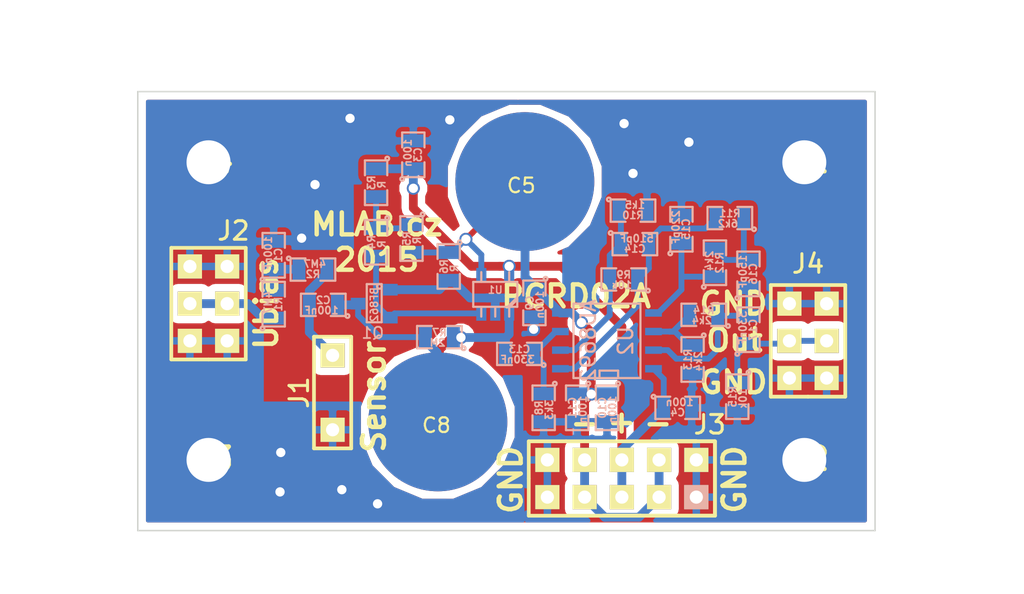
<source format=kicad_pcb>
(kicad_pcb (version 4) (host pcbnew "(2015-01-07 BZR 5359)-product")

  (general
    (links 83)
    (no_connects 0)
    (area -9.144 -36.124 60.706001 4.064001)
    (thickness 1.6)
    (drawings 18)
    (tracks 203)
    (zones 0)
    (modules 40)
    (nets 20)
  )

  (page A4)
  (layers
    (0 F.Cu signal)
    (31 B.Cu signal)
    (32 B.Adhes user)
    (33 F.Adhes user)
    (34 B.Paste user)
    (35 F.Paste user)
    (36 B.SilkS user)
    (37 F.SilkS user)
    (38 B.Mask user)
    (39 F.Mask user)
    (40 Dwgs.User user)
    (41 Cmts.User user)
    (42 Eco1.User user)
    (43 Eco2.User user)
    (44 Edge.Cuts user)
    (45 Margin user)
    (46 B.CrtYd user)
    (47 F.CrtYd user)
    (48 B.Fab user)
    (49 F.Fab user)
  )

  (setup
    (last_trace_width 0.4)
    (user_trace_width 0.256)
    (user_trace_width 0.4)
    (user_trace_width 0.6)
    (trace_clearance 0.254)
    (zone_clearance 0.508)
    (zone_45_only no)
    (trace_min 0.254)
    (segment_width 0.2)
    (edge_width 0.1)
    (via_size 0.889)
    (via_drill 0.635)
    (via_min_size 0.889)
    (via_min_drill 0.508)
    (uvia_size 0.508)
    (uvia_drill 0.127)
    (uvias_allowed no)
    (uvia_min_size 0.508)
    (uvia_min_drill 0.127)
    (pcb_text_width 0.3)
    (pcb_text_size 1.5 1.5)
    (mod_edge_width 0.15)
    (mod_text_size 1 1)
    (mod_text_width 0.15)
    (pad_size 0.889 1.397)
    (pad_drill 0)
    (pad_to_mask_clearance 0)
    (aux_axis_origin 0 0)
    (visible_elements 7FFFFFFF)
    (pcbplotparams
      (layerselection 0x010e0_80000001)
      (usegerberextensions false)
      (excludeedgelayer true)
      (linewidth 0.100000)
      (plotframeref false)
      (viasonmask false)
      (mode 1)
      (useauxorigin false)
      (hpglpennumber 1)
      (hpglpenspeed 20)
      (hpglpendiameter 15)
      (hpglpenoverlay 2)
      (psnegative false)
      (psa4output false)
      (plotreference true)
      (plotvalue true)
      (plotinvisibletext false)
      (padsonsilk false)
      (subtractmaskfromsilk false)
      (outputformat 1)
      (mirror false)
      (drillshape 0)
      (scaleselection 1)
      (outputdirectory ../CAM_PROFI/))
  )

  (net 0 "")
  (net 1 "Net-(C1-Pad1)")
  (net 2 GND)
  (net 3 "Net-(C2-Pad1)")
  (net 4 "Net-(C2-Pad2)")
  (net 5 V+)
  (net 6 "Net-(C5-Pad1)")
  (net 7 V-)
  (net 8 "Net-(C13-Pad2)")
  (net 9 "Net-(C13-Pad1)")
  (net 10 "Net-(C14-Pad1)")
  (net 11 "Net-(C14-Pad2)")
  (net 12 "Net-(C15-Pad1)")
  (net 13 "Net-(C16-Pad1)")
  (net 14 "Net-(C16-Pad2)")
  (net 15 "Net-(C17-Pad1)")
  (net 16 "Net-(J2-Pad2)")
  (net 17 "Net-(R3-Pad2)")
  (net 18 "Net-(R13-Pad1)")
  (net 19 "Net-(Q1-Pad2)")

  (net_class Default "Toto je výchozí třída sítě."
    (clearance 0.254)
    (trace_width 0.4)
    (via_dia 0.889)
    (via_drill 0.635)
    (uvia_dia 0.508)
    (uvia_drill 0.127)
    (add_net GND)
    (add_net "Net-(C1-Pad1)")
    (add_net "Net-(C13-Pad1)")
    (add_net "Net-(C13-Pad2)")
    (add_net "Net-(C14-Pad1)")
    (add_net "Net-(C14-Pad2)")
    (add_net "Net-(C15-Pad1)")
    (add_net "Net-(C16-Pad1)")
    (add_net "Net-(C16-Pad2)")
    (add_net "Net-(C17-Pad1)")
    (add_net "Net-(C2-Pad1)")
    (add_net "Net-(C2-Pad2)")
    (add_net "Net-(C5-Pad1)")
    (add_net "Net-(J2-Pad2)")
    (add_net "Net-(Q1-Pad2)")
    (add_net "Net-(R13-Pad1)")
    (add_net "Net-(R3-Pad2)")
    (add_net V+)
    (add_net V-)
  )

  (module MLAB_R:SMD-0805 (layer B.Cu) (tedit 54799E0C) (tstamp 55085AEF)
    (at 20.828 -13.462 180)
    (path /54768C16)
    (attr smd)
    (fp_text reference R7 (at 0 0.3175 180) (layer B.SilkS)
      (effects (font (size 0.50038 0.50038) (thickness 0.10922)) (justify mirror))
    )
    (fp_text value 2M (at 0.127 -0.381 180) (layer B.SilkS)
      (effects (font (size 0.50038 0.50038) (thickness 0.10922)) (justify mirror))
    )
    (fp_circle (center -1.651 -0.762) (end -1.651 -0.635) (layer B.SilkS) (width 0.15))
    (fp_line (start -0.508 -0.762) (end -1.524 -0.762) (layer B.SilkS) (width 0.15))
    (fp_line (start -1.524 -0.762) (end -1.524 0.762) (layer B.SilkS) (width 0.15))
    (fp_line (start -1.524 0.762) (end -0.508 0.762) (layer B.SilkS) (width 0.15))
    (fp_line (start 0.508 0.762) (end 1.524 0.762) (layer B.SilkS) (width 0.15))
    (fp_line (start 1.524 0.762) (end 1.524 -0.762) (layer B.SilkS) (width 0.15))
    (fp_line (start 1.524 -0.762) (end 0.508 -0.762) (layer B.SilkS) (width 0.15))
    (pad 1 smd rect (at -0.9525 0 180) (size 0.889 1.397) (layers B.Cu B.Paste B.Mask)
      (net 8 "Net-(C13-Pad2)"))
    (pad 2 smd rect (at 0.9525 0 180) (size 0.889 1.397) (layers B.Cu B.Paste B.Mask)
      (net 3 "Net-(C2-Pad1)"))
    (model MLAB_3D/Resistors/chip_cms.wrl
      (at (xyz 0 0 0))
      (scale (xyz 0.1 0.1 0.1))
      (rotate (xyz 0 0 0))
    )
  )

  (module MLAB_R:SMD-0805 (layer B.Cu) (tedit 54799E0C) (tstamp 54837338)
    (at 9.525 -19.05 90)
    (path /547682EE)
    (attr smd)
    (fp_text reference C1 (at 0 0.3175 90) (layer B.SilkS)
      (effects (font (size 0.50038 0.50038) (thickness 0.10922)) (justify mirror))
    )
    (fp_text value 100nF (at 0.127 -0.381 90) (layer B.SilkS)
      (effects (font (size 0.50038 0.50038) (thickness 0.10922)) (justify mirror))
    )
    (fp_circle (center -1.651 -0.762) (end -1.651 -0.635) (layer B.SilkS) (width 0.15))
    (fp_line (start -0.508 -0.762) (end -1.524 -0.762) (layer B.SilkS) (width 0.15))
    (fp_line (start -1.524 -0.762) (end -1.524 0.762) (layer B.SilkS) (width 0.15))
    (fp_line (start -1.524 0.762) (end -0.508 0.762) (layer B.SilkS) (width 0.15))
    (fp_line (start 0.508 0.762) (end 1.524 0.762) (layer B.SilkS) (width 0.15))
    (fp_line (start 1.524 0.762) (end 1.524 -0.762) (layer B.SilkS) (width 0.15))
    (fp_line (start 1.524 -0.762) (end 0.508 -0.762) (layer B.SilkS) (width 0.15))
    (pad 1 smd rect (at -0.9525 0 90) (size 0.889 1.397) (layers B.Cu B.Paste B.Mask)
      (net 1 "Net-(C1-Pad1)"))
    (pad 2 smd rect (at 0.9525 0 90) (size 0.889 1.397) (layers B.Cu B.Paste B.Mask)
      (net 2 GND))
    (model MLAB_3D/Resistors/chip_cms.wrl
      (at (xyz 0 0 0))
      (scale (xyz 0.1 0.1 0.1))
      (rotate (xyz 0 0 0))
    )
  )

  (module MLAB_R:SMD-0805 (layer B.Cu) (tedit 55128C3B) (tstamp 55128C2C)
    (at 12.90828 -15.66672 180)
    (path /54768486)
    (attr smd)
    (fp_text reference C2 (at 0 0.3175 180) (layer B.SilkS)
      (effects (font (size 0.50038 0.50038) (thickness 0.10922)) (justify mirror))
    )
    (fp_text value 100nF (at 0.127 -0.381 180) (layer B.SilkS)
      (effects (font (size 0.50038 0.50038) (thickness 0.10922)) (justify mirror))
    )
    (fp_circle (center -1.651 -0.762) (end -1.651 -0.635) (layer B.SilkS) (width 0.15))
    (fp_line (start -0.508 -0.762) (end -1.524 -0.762) (layer B.SilkS) (width 0.15))
    (fp_line (start -1.524 -0.762) (end -1.524 0.762) (layer B.SilkS) (width 0.15))
    (fp_line (start -1.524 0.762) (end -0.508 0.762) (layer B.SilkS) (width 0.15))
    (fp_line (start 0.508 0.762) (end 1.524 0.762) (layer B.SilkS) (width 0.15))
    (fp_line (start 1.524 0.762) (end 1.524 -0.762) (layer B.SilkS) (width 0.15))
    (fp_line (start 1.524 -0.762) (end 0.508 -0.762) (layer B.SilkS) (width 0.15))
    (pad 1 smd rect (at -0.96472 0 180) (size 0.889 1.397) (layers B.Cu B.Paste B.Mask)
      (net 3 "Net-(C2-Pad1)"))
    (pad 2 smd rect (at 0.9525 0 180) (size 0.889 1.397) (layers B.Cu B.Paste B.Mask)
      (net 4 "Net-(C2-Pad2)"))
    (model MLAB_3D/Resistors/chip_cms.wrl
      (at (xyz 0 0 0))
      (scale (xyz 0.1 0.1 0.1))
      (rotate (xyz 0 0 0))
    )
  )

  (module MLAB_R:SMD-0805 (layer B.Cu) (tedit 54799E0C) (tstamp 5507E0A8)
    (at 19.05 -25.908 90)
    (path /54843902)
    (attr smd)
    (fp_text reference C3 (at 0 0.3175 90) (layer B.SilkS)
      (effects (font (size 0.50038 0.50038) (thickness 0.10922)) (justify mirror))
    )
    (fp_text value 100n (at 0.127 -0.381 90) (layer B.SilkS)
      (effects (font (size 0.50038 0.50038) (thickness 0.10922)) (justify mirror))
    )
    (fp_circle (center -1.651 -0.762) (end -1.651 -0.635) (layer B.SilkS) (width 0.15))
    (fp_line (start -0.508 -0.762) (end -1.524 -0.762) (layer B.SilkS) (width 0.15))
    (fp_line (start -1.524 -0.762) (end -1.524 0.762) (layer B.SilkS) (width 0.15))
    (fp_line (start -1.524 0.762) (end -0.508 0.762) (layer B.SilkS) (width 0.15))
    (fp_line (start 0.508 0.762) (end 1.524 0.762) (layer B.SilkS) (width 0.15))
    (fp_line (start 1.524 0.762) (end 1.524 -0.762) (layer B.SilkS) (width 0.15))
    (fp_line (start 1.524 -0.762) (end 0.508 -0.762) (layer B.SilkS) (width 0.15))
    (pad 1 smd rect (at -0.9525 0 90) (size 0.889 1.397) (layers B.Cu B.Paste B.Mask)
      (net 5 V+))
    (pad 2 smd rect (at 0.9525 0 90) (size 0.889 1.397) (layers B.Cu B.Paste B.Mask)
      (net 2 GND))
    (model MLAB_3D/Resistors/chip_cms.wrl
      (at (xyz 0 0 0))
      (scale (xyz 0.1 0.1 0.1))
      (rotate (xyz 0 0 0))
    )
  )

  (module MLAB_R:SMD-0805 (layer B.Cu) (tedit 54799E0C) (tstamp 5509A6DD)
    (at 37.084 -8.636)
    (path /5484394C)
    (attr smd)
    (fp_text reference C4 (at 0 0.3175) (layer B.SilkS)
      (effects (font (size 0.50038 0.50038) (thickness 0.10922)) (justify mirror))
    )
    (fp_text value 100n (at 0.127 -0.381) (layer B.SilkS)
      (effects (font (size 0.50038 0.50038) (thickness 0.10922)) (justify mirror))
    )
    (fp_circle (center -1.651 -0.762) (end -1.651 -0.635) (layer B.SilkS) (width 0.15))
    (fp_line (start -0.508 -0.762) (end -1.524 -0.762) (layer B.SilkS) (width 0.15))
    (fp_line (start -1.524 -0.762) (end -1.524 0.762) (layer B.SilkS) (width 0.15))
    (fp_line (start -1.524 0.762) (end -0.508 0.762) (layer B.SilkS) (width 0.15))
    (fp_line (start 0.508 0.762) (end 1.524 0.762) (layer B.SilkS) (width 0.15))
    (fp_line (start 1.524 0.762) (end 1.524 -0.762) (layer B.SilkS) (width 0.15))
    (fp_line (start 1.524 -0.762) (end 0.508 -0.762) (layer B.SilkS) (width 0.15))
    (pad 1 smd rect (at -0.9525 0) (size 0.889 1.397) (layers B.Cu B.Paste B.Mask)
      (net 5 V+))
    (pad 2 smd rect (at 0.9525 0) (size 0.889 1.397) (layers B.Cu B.Paste B.Mask)
      (net 2 GND))
    (model MLAB_3D/Resistors/chip_cms.wrl
      (at (xyz 0 0 0))
      (scale (xyz 0.1 0.1 0.1))
      (rotate (xyz 0 0 0))
    )
  )

  (module MLAB_R:SMD-0805 (layer B.Cu) (tedit 54799E0C) (tstamp 5507E067)
    (at 27.31008 -15.7988 270)
    (path /54844741)
    (attr smd)
    (fp_text reference C9 (at 0 0.3175 270) (layer B.SilkS)
      (effects (font (size 0.50038 0.50038) (thickness 0.10922)) (justify mirror))
    )
    (fp_text value 100n (at 0.127 -0.381 270) (layer B.SilkS)
      (effects (font (size 0.50038 0.50038) (thickness 0.10922)) (justify mirror))
    )
    (fp_circle (center -1.651 -0.762) (end -1.651 -0.635) (layer B.SilkS) (width 0.15))
    (fp_line (start -0.508 -0.762) (end -1.524 -0.762) (layer B.SilkS) (width 0.15))
    (fp_line (start -1.524 -0.762) (end -1.524 0.762) (layer B.SilkS) (width 0.15))
    (fp_line (start -1.524 0.762) (end -0.508 0.762) (layer B.SilkS) (width 0.15))
    (fp_line (start 0.508 0.762) (end 1.524 0.762) (layer B.SilkS) (width 0.15))
    (fp_line (start 1.524 0.762) (end 1.524 -0.762) (layer B.SilkS) (width 0.15))
    (fp_line (start 1.524 -0.762) (end 0.508 -0.762) (layer B.SilkS) (width 0.15))
    (pad 1 smd rect (at -0.9525 0 270) (size 0.889 1.397) (layers B.Cu B.Paste B.Mask)
      (net 7 V-))
    (pad 2 smd rect (at 0.9525 0 270) (size 0.889 1.397) (layers B.Cu B.Paste B.Mask)
      (net 2 GND))
    (model MLAB_3D/Resistors/chip_cms.wrl
      (at (xyz 0 0 0))
      (scale (xyz 0.1 0.1 0.1))
      (rotate (xyz 0 0 0))
    )
  )

  (module MLAB_R:SMD-0805 (layer B.Cu) (tedit 54799E0C) (tstamp 5509B149)
    (at 32.258 -8.636 270)
    (path /54844747)
    (attr smd)
    (fp_text reference C10 (at 0 0.3175 270) (layer B.SilkS)
      (effects (font (size 0.50038 0.50038) (thickness 0.10922)) (justify mirror))
    )
    (fp_text value 100n (at 0.127 -0.381 270) (layer B.SilkS)
      (effects (font (size 0.50038 0.50038) (thickness 0.10922)) (justify mirror))
    )
    (fp_circle (center -1.651 -0.762) (end -1.651 -0.635) (layer B.SilkS) (width 0.15))
    (fp_line (start -0.508 -0.762) (end -1.524 -0.762) (layer B.SilkS) (width 0.15))
    (fp_line (start -1.524 -0.762) (end -1.524 0.762) (layer B.SilkS) (width 0.15))
    (fp_line (start -1.524 0.762) (end -0.508 0.762) (layer B.SilkS) (width 0.15))
    (fp_line (start 0.508 0.762) (end 1.524 0.762) (layer B.SilkS) (width 0.15))
    (fp_line (start 1.524 0.762) (end 1.524 -0.762) (layer B.SilkS) (width 0.15))
    (fp_line (start 1.524 -0.762) (end 0.508 -0.762) (layer B.SilkS) (width 0.15))
    (pad 1 smd rect (at -0.9525 0 270) (size 0.889 1.397) (layers B.Cu B.Paste B.Mask)
      (net 7 V-))
    (pad 2 smd rect (at 0.9525 0 270) (size 0.889 1.397) (layers B.Cu B.Paste B.Mask)
      (net 2 GND))
    (model MLAB_3D/Resistors/chip_cms.wrl
      (at (xyz 0 0 0))
      (scale (xyz 0.1 0.1 0.1))
      (rotate (xyz 0 0 0))
    )
  )

  (module MLAB_R:SMD-0805 (layer B.Cu) (tedit 54799E0C) (tstamp 5509B11F)
    (at 30.226 -8.636 270)
    (path /54844729)
    (attr smd)
    (fp_text reference C11 (at 0 0.3175 270) (layer B.SilkS)
      (effects (font (size 0.50038 0.50038) (thickness 0.10922)) (justify mirror))
    )
    (fp_text value 100n (at 0.127 -0.381 270) (layer B.SilkS)
      (effects (font (size 0.50038 0.50038) (thickness 0.10922)) (justify mirror))
    )
    (fp_circle (center -1.651 -0.762) (end -1.651 -0.635) (layer B.SilkS) (width 0.15))
    (fp_line (start -0.508 -0.762) (end -1.524 -0.762) (layer B.SilkS) (width 0.15))
    (fp_line (start -1.524 -0.762) (end -1.524 0.762) (layer B.SilkS) (width 0.15))
    (fp_line (start -1.524 0.762) (end -0.508 0.762) (layer B.SilkS) (width 0.15))
    (fp_line (start 0.508 0.762) (end 1.524 0.762) (layer B.SilkS) (width 0.15))
    (fp_line (start 1.524 0.762) (end 1.524 -0.762) (layer B.SilkS) (width 0.15))
    (fp_line (start 1.524 -0.762) (end 0.508 -0.762) (layer B.SilkS) (width 0.15))
    (pad 1 smd rect (at -0.9525 0 270) (size 0.889 1.397) (layers B.Cu B.Paste B.Mask)
      (net 7 V-))
    (pad 2 smd rect (at 0.9525 0 270) (size 0.889 1.397) (layers B.Cu B.Paste B.Mask)
      (net 2 GND))
    (model MLAB_3D/Resistors/chip_cms.wrl
      (at (xyz 0 0 0))
      (scale (xyz 0.1 0.1 0.1))
      (rotate (xyz 0 0 0))
    )
  )

  (module MLAB_R:SMD-0805 (layer B.Cu) (tedit 54799E0C) (tstamp 5507E0DF)
    (at 26.289 -12.319 180)
    (path /5476AC2D)
    (attr smd)
    (fp_text reference C13 (at 0 0.3175 180) (layer B.SilkS)
      (effects (font (size 0.50038 0.50038) (thickness 0.10922)) (justify mirror))
    )
    (fp_text value 330nF (at 0.127 -0.381 180) (layer B.SilkS)
      (effects (font (size 0.50038 0.50038) (thickness 0.10922)) (justify mirror))
    )
    (fp_circle (center -1.651 -0.762) (end -1.651 -0.635) (layer B.SilkS) (width 0.15))
    (fp_line (start -0.508 -0.762) (end -1.524 -0.762) (layer B.SilkS) (width 0.15))
    (fp_line (start -1.524 -0.762) (end -1.524 0.762) (layer B.SilkS) (width 0.15))
    (fp_line (start -1.524 0.762) (end -0.508 0.762) (layer B.SilkS) (width 0.15))
    (fp_line (start 0.508 0.762) (end 1.524 0.762) (layer B.SilkS) (width 0.15))
    (fp_line (start 1.524 0.762) (end 1.524 -0.762) (layer B.SilkS) (width 0.15))
    (fp_line (start 1.524 -0.762) (end 0.508 -0.762) (layer B.SilkS) (width 0.15))
    (pad 1 smd rect (at -0.9525 0 180) (size 0.889 1.397) (layers B.Cu B.Paste B.Mask)
      (net 9 "Net-(C13-Pad1)"))
    (pad 2 smd rect (at 0.9525 0 180) (size 0.889 1.397) (layers B.Cu B.Paste B.Mask)
      (net 8 "Net-(C13-Pad2)"))
    (model MLAB_3D/Resistors/chip_cms.wrl
      (at (xyz 0 0 0))
      (scale (xyz 0.1 0.1 0.1))
      (rotate (xyz 0 0 0))
    )
  )

  (module MLAB_R:SMD-0805 (layer B.Cu) (tedit 54799E0C) (tstamp 548373D1)
    (at 34.163 -19.812)
    (path /54768D77)
    (attr smd)
    (fp_text reference C14 (at 0 0.3175) (layer B.SilkS)
      (effects (font (size 0.50038 0.50038) (thickness 0.10922)) (justify mirror))
    )
    (fp_text value 510pF (at 0.127 -0.381) (layer B.SilkS)
      (effects (font (size 0.50038 0.50038) (thickness 0.10922)) (justify mirror))
    )
    (fp_circle (center -1.651 -0.762) (end -1.651 -0.635) (layer B.SilkS) (width 0.15))
    (fp_line (start -0.508 -0.762) (end -1.524 -0.762) (layer B.SilkS) (width 0.15))
    (fp_line (start -1.524 -0.762) (end -1.524 0.762) (layer B.SilkS) (width 0.15))
    (fp_line (start -1.524 0.762) (end -0.508 0.762) (layer B.SilkS) (width 0.15))
    (fp_line (start 0.508 0.762) (end 1.524 0.762) (layer B.SilkS) (width 0.15))
    (fp_line (start 1.524 0.762) (end 1.524 -0.762) (layer B.SilkS) (width 0.15))
    (fp_line (start 1.524 -0.762) (end 0.508 -0.762) (layer B.SilkS) (width 0.15))
    (pad 1 smd rect (at -0.9525 0) (size 0.889 1.397) (layers B.Cu B.Paste B.Mask)
      (net 10 "Net-(C14-Pad1)"))
    (pad 2 smd rect (at 0.9525 0) (size 0.889 1.397) (layers B.Cu B.Paste B.Mask)
      (net 11 "Net-(C14-Pad2)"))
    (model MLAB_3D/Resistors/chip_cms.wrl
      (at (xyz 0 0 0))
      (scale (xyz 0.1 0.1 0.1))
      (rotate (xyz 0 0 0))
    )
  )

  (module MLAB_R:SMD-0805 (layer B.Cu) (tedit 54799E0C) (tstamp 5509ACF3)
    (at 37.338 -20.828 90)
    (path /54768FA2)
    (attr smd)
    (fp_text reference C15 (at 0 0.3175 90) (layer B.SilkS)
      (effects (font (size 0.50038 0.50038) (thickness 0.10922)) (justify mirror))
    )
    (fp_text value 220pF (at 0.127 -0.381 90) (layer B.SilkS)
      (effects (font (size 0.50038 0.50038) (thickness 0.10922)) (justify mirror))
    )
    (fp_circle (center -1.651 -0.762) (end -1.651 -0.635) (layer B.SilkS) (width 0.15))
    (fp_line (start -0.508 -0.762) (end -1.524 -0.762) (layer B.SilkS) (width 0.15))
    (fp_line (start -1.524 -0.762) (end -1.524 0.762) (layer B.SilkS) (width 0.15))
    (fp_line (start -1.524 0.762) (end -0.508 0.762) (layer B.SilkS) (width 0.15))
    (fp_line (start 0.508 0.762) (end 1.524 0.762) (layer B.SilkS) (width 0.15))
    (fp_line (start 1.524 0.762) (end 1.524 -0.762) (layer B.SilkS) (width 0.15))
    (fp_line (start 1.524 -0.762) (end 0.508 -0.762) (layer B.SilkS) (width 0.15))
    (pad 1 smd rect (at -0.9525 0 90) (size 0.889 1.397) (layers B.Cu B.Paste B.Mask)
      (net 12 "Net-(C15-Pad1)"))
    (pad 2 smd rect (at 0.9525 0 90) (size 0.889 1.397) (layers B.Cu B.Paste B.Mask)
      (net 2 GND))
    (model MLAB_3D/Resistors/chip_cms.wrl
      (at (xyz 0 0 0))
      (scale (xyz 0.1 0.1 0.1))
      (rotate (xyz 0 0 0))
    )
  )

  (module MLAB_R:SMD-0805 (layer B.Cu) (tedit 54799E0C) (tstamp 5509A7D3)
    (at 41.91 -17.78 90)
    (path /54768EE6)
    (attr smd)
    (fp_text reference C16 (at 0 0.3175 90) (layer B.SilkS)
      (effects (font (size 0.50038 0.50038) (thickness 0.10922)) (justify mirror))
    )
    (fp_text value 150pF (at 0.127 -0.381 90) (layer B.SilkS)
      (effects (font (size 0.50038 0.50038) (thickness 0.10922)) (justify mirror))
    )
    (fp_circle (center -1.651 -0.762) (end -1.651 -0.635) (layer B.SilkS) (width 0.15))
    (fp_line (start -0.508 -0.762) (end -1.524 -0.762) (layer B.SilkS) (width 0.15))
    (fp_line (start -1.524 -0.762) (end -1.524 0.762) (layer B.SilkS) (width 0.15))
    (fp_line (start -1.524 0.762) (end -0.508 0.762) (layer B.SilkS) (width 0.15))
    (fp_line (start 0.508 0.762) (end 1.524 0.762) (layer B.SilkS) (width 0.15))
    (fp_line (start 1.524 0.762) (end 1.524 -0.762) (layer B.SilkS) (width 0.15))
    (fp_line (start 1.524 -0.762) (end 0.508 -0.762) (layer B.SilkS) (width 0.15))
    (pad 1 smd rect (at -0.9525 0 90) (size 0.889 1.397) (layers B.Cu B.Paste B.Mask)
      (net 13 "Net-(C16-Pad1)"))
    (pad 2 smd rect (at 0.9525 0 90) (size 0.889 1.397) (layers B.Cu B.Paste B.Mask)
      (net 14 "Net-(C16-Pad2)"))
    (model MLAB_3D/Resistors/chip_cms.wrl
      (at (xyz 0 0 0))
      (scale (xyz 0.1 0.1 0.1))
      (rotate (xyz 0 0 0))
    )
  )

  (module MLAB_R:SMD-0805 (layer B.Cu) (tedit 54799E0C) (tstamp 54C8FC39)
    (at 41.91 -13.97 90)
    (path /547691BD)
    (attr smd)
    (fp_text reference C17 (at 0 0.3175 90) (layer B.SilkS)
      (effects (font (size 0.50038 0.50038) (thickness 0.10922)) (justify mirror))
    )
    (fp_text value 330nF (at 0.127 -0.381 90) (layer B.SilkS)
      (effects (font (size 0.50038 0.50038) (thickness 0.10922)) (justify mirror))
    )
    (fp_circle (center -1.651 -0.762) (end -1.651 -0.635) (layer B.SilkS) (width 0.15))
    (fp_line (start -0.508 -0.762) (end -1.524 -0.762) (layer B.SilkS) (width 0.15))
    (fp_line (start -1.524 -0.762) (end -1.524 0.762) (layer B.SilkS) (width 0.15))
    (fp_line (start -1.524 0.762) (end -0.508 0.762) (layer B.SilkS) (width 0.15))
    (fp_line (start 0.508 0.762) (end 1.524 0.762) (layer B.SilkS) (width 0.15))
    (fp_line (start 1.524 0.762) (end 1.524 -0.762) (layer B.SilkS) (width 0.15))
    (fp_line (start 1.524 -0.762) (end 0.508 -0.762) (layer B.SilkS) (width 0.15))
    (pad 1 smd rect (at -0.9525 0 90) (size 0.889 1.397) (layers B.Cu B.Paste B.Mask)
      (net 15 "Net-(C17-Pad1)"))
    (pad 2 smd rect (at 0.9525 0 90) (size 0.889 1.397) (layers B.Cu B.Paste B.Mask)
      (net 13 "Net-(C16-Pad1)"))
    (model MLAB_3D/Resistors/chip_cms.wrl
      (at (xyz 0 0 0))
      (scale (xyz 0.1 0.1 0.1))
      (rotate (xyz 0 0 0))
    )
  )

  (module Hrebinky:Pin_Header_Straight_2x03 placed (layer F.Cu) (tedit 54837138) (tstamp 5485E8FE)
    (at 5.08 -15.748 90)
    (descr "1 pin")
    (tags "CONN DEV")
    (path /54836CC9)
    (fp_text reference J2 (at 4.97332 1.7018 180) (layer F.SilkS)
      (effects (font (size 1.27 1.27) (thickness 0.2032)))
    )
    (fp_text value JUMP_3X2 (at 0 0 90) (layer F.SilkS) hide
      (effects (font (size 1.27 1.27) (thickness 0.2032)))
    )
    (fp_line (start -3.81 2.54) (end 3.81 2.54) (layer F.SilkS) (width 0.254))
    (fp_line (start 3.81 2.54) (end 3.81 -2.54) (layer F.SilkS) (width 0.254))
    (fp_line (start 3.81 -2.54) (end -1.27 -2.54) (layer F.SilkS) (width 0.254))
    (fp_line (start -3.81 2.54) (end -3.81 0) (layer F.SilkS) (width 0.254))
    (fp_line (start -3.81 -2.54) (end -3.81 0) (layer F.SilkS) (width 0.254))
    (fp_line (start -1.27 -2.54) (end -3.81 -2.54) (layer F.SilkS) (width 0.254))
    (pad 1 thru_hole rect (at -2.54 1.27 90) (size 1.651 1.651) (drill 0.9) (layers *.Cu *.Mask F.SilkS)
      (net 2 GND))
    (pad 2 thru_hole rect (at 0 1.27 90) (size 1.651 1.651) (drill 0.9) (layers *.Cu *.Mask F.SilkS)
      (net 16 "Net-(J2-Pad2)"))
    (pad 3 thru_hole rect (at 2.54 1.27 90) (size 1.651 1.651) (drill 0.9) (layers *.Cu *.Mask F.SilkS)
      (net 2 GND))
    (pad 4 thru_hole rect (at 2.54 -1.27 90) (size 1.651 1.651) (drill 0.9) (layers *.Cu *.Mask F.SilkS)
      (net 2 GND))
    (pad 5 thru_hole rect (at 0 -1.27 90) (size 1.651 1.651) (drill 0.9) (layers *.Cu *.Mask F.SilkS)
      (net 16 "Net-(J2-Pad2)"))
    (pad 6 thru_hole rect (at -2.54 -1.27 90) (size 1.651 1.651) (drill 0.9) (layers *.Cu *.Mask F.SilkS)
      (net 2 GND))
    (model Pin_Headers/Pin_Header_Straight_2x03.wrl
      (at (xyz 0 0 0))
      (scale (xyz 1 1 1))
      (rotate (xyz 0 0 0))
    )
  )

  (module Hrebinky:Pin_Header_Straight_2x05 placed (layer F.Cu) (tedit 53F5A718) (tstamp 5509B0C1)
    (at 33.274 -3.81)
    (descr "1 pin")
    (tags "CONN DEV")
    (path /54770A25)
    (fp_text reference J3 (at 5.99948 -3.67792) (layer F.SilkS)
      (effects (font (size 1.27 1.27) (thickness 0.2032)))
    )
    (fp_text value JUMP_5X2 (at 1.27 0) (layer F.SilkS) hide
      (effects (font (size 1.27 1.27) (thickness 0.2032)))
    )
    (fp_line (start -3.81 -2.54) (end -2.54 -2.54) (layer F.SilkS) (width 0.254))
    (fp_line (start -6.35 -2.54) (end -3.81 -2.54) (layer F.SilkS) (width 0.254))
    (fp_line (start 6.35 2.54) (end 6.35 -2.54) (layer F.SilkS) (width 0.254))
    (fp_line (start 3.81 -2.54) (end 6.35 -2.54) (layer F.SilkS) (width 0.254))
    (fp_line (start 3.81 2.54) (end 6.35 2.54) (layer F.SilkS) (width 0.254))
    (fp_line (start 3.81 2.54) (end 6.35 2.54) (layer F.SilkS) (width 0.254))
    (fp_line (start 3.81 -2.54) (end 6.35 -2.54) (layer F.SilkS) (width 0.254))
    (fp_line (start 6.35 2.54) (end 6.35 -2.54) (layer F.SilkS) (width 0.254))
    (fp_line (start 2.54 -2.54) (end 5.08 -2.54) (layer F.SilkS) (width 0.254))
    (fp_line (start -1.27 2.54) (end 1.27 2.54) (layer F.SilkS) (width 0.254))
    (fp_line (start -1.27 2.54) (end 1.27 2.54) (layer F.SilkS) (width 0.254))
    (fp_line (start 2.54 -2.54) (end 5.08 -2.54) (layer F.SilkS) (width 0.254))
    (fp_line (start 2.54 -2.54) (end 5.08 -2.54) (layer F.SilkS) (width 0.254))
    (fp_line (start 1.27 2.54) (end 3.81 2.54) (layer F.SilkS) (width 0.254))
    (fp_line (start 1.27 2.54) (end 3.81 2.54) (layer F.SilkS) (width 0.254))
    (fp_line (start 2.54 -2.54) (end 5.08 -2.54) (layer F.SilkS) (width 0.254))
    (fp_line (start -6.35 2.54) (end 1.27 2.54) (layer F.SilkS) (width 0.254))
    (fp_line (start 5.08 -2.54) (end 0 -2.54) (layer F.SilkS) (width 0.254))
    (fp_line (start -6.35 2.54) (end -6.35 0) (layer F.SilkS) (width 0.254))
    (fp_line (start -6.35 -2.54) (end -6.35 0) (layer F.SilkS) (width 0.254))
    (fp_line (start 0 -2.54) (end -2.54 -2.54) (layer F.SilkS) (width 0.254))
    (pad 9 thru_hole rect (at -2.54 -1.27) (size 1.651 1.651) (drill 0.9) (layers *.Cu *.Mask F.SilkS)
      (net 7 V-))
    (pad 5 thru_hole rect (at 5.08 1.27) (size 1.651 1.651) (drill 0.9) (layers *.Cu *.SilkS *.Mask)
      (net 2 GND))
    (pad 3 thru_hole rect (at 0 1.27) (size 1.651 1.651) (drill 0.9) (layers *.Cu *.Mask F.SilkS)
      (net 5 V+))
    (pad 6 thru_hole rect (at 5.08 -1.27) (size 1.651 1.651) (drill 0.9) (layers *.Cu *.Mask F.SilkS)
      (net 2 GND))
    (pad 1 thru_hole rect (at -5.08 1.27) (size 1.651 1.651) (drill 0.9) (layers *.Cu *.Mask F.SilkS)
      (net 2 GND))
    (pad 2 thru_hole rect (at -2.54 1.27) (size 1.651 1.651) (drill 0.9) (layers *.Cu *.Mask F.SilkS)
      (net 7 V-))
    (pad 4 thru_hole rect (at 2.54 1.27) (size 1.651 1.651) (drill 0.9) (layers *.Cu *.Mask F.SilkS)
      (net 7 V-))
    (pad 10 thru_hole rect (at -5.08 -1.27) (size 1.651 1.651) (drill 0.9) (layers *.Cu *.Mask F.SilkS)
      (net 2 GND))
    (pad 7 thru_hole rect (at 2.54 -1.27) (size 1.651 1.651) (drill 0.9) (layers *.Cu *.Mask F.SilkS)
      (net 7 V-))
    (pad 8 thru_hole rect (at 0 -1.27) (size 1.651 1.651) (drill 0.9) (layers *.Cu *.Mask F.SilkS)
      (net 5 V+))
    (model Pin_Headers/Pin_Header_Straight_2x03.wrl
      (at (xyz 0 0 0))
      (scale (xyz 1 1 1))
      (rotate (xyz 0 0 0))
    )
    (model Pin_Headers/Pin_Header_Straight_2x05.wrl
      (at (xyz 0 0 0))
      (scale (xyz 1 1 1))
      (rotate (xyz 0 0 0))
    )
  )

  (module Hrebinky:Pin_Header_Straight_2x03 placed (layer F.Cu) (tedit 54837138) (tstamp 5509A741)
    (at 45.974 -13.208 90)
    (descr "1 pin")
    (tags "CONN DEV")
    (path /54838065)
    (fp_text reference J4 (at 5.2578 0.00508 180) (layer F.SilkS)
      (effects (font (size 1.27 1.27) (thickness 0.2032)))
    )
    (fp_text value Out (at 0 0 90) (layer F.SilkS) hide
      (effects (font (size 1.27 1.27) (thickness 0.2032)))
    )
    (fp_line (start -3.81 2.54) (end 3.81 2.54) (layer F.SilkS) (width 0.254))
    (fp_line (start 3.81 2.54) (end 3.81 -2.54) (layer F.SilkS) (width 0.254))
    (fp_line (start 3.81 -2.54) (end -1.27 -2.54) (layer F.SilkS) (width 0.254))
    (fp_line (start -3.81 2.54) (end -3.81 0) (layer F.SilkS) (width 0.254))
    (fp_line (start -3.81 -2.54) (end -3.81 0) (layer F.SilkS) (width 0.254))
    (fp_line (start -1.27 -2.54) (end -3.81 -2.54) (layer F.SilkS) (width 0.254))
    (pad 1 thru_hole rect (at -2.54 1.27 90) (size 1.651 1.651) (drill 0.9) (layers *.Cu *.Mask F.SilkS)
      (net 2 GND))
    (pad 2 thru_hole rect (at 0 1.27 90) (size 1.651 1.651) (drill 0.9) (layers *.Cu *.Mask F.SilkS)
      (net 15 "Net-(C17-Pad1)"))
    (pad 3 thru_hole rect (at 2.54 1.27 90) (size 1.651 1.651) (drill 0.9) (layers *.Cu *.Mask F.SilkS)
      (net 2 GND))
    (pad 4 thru_hole rect (at 2.54 -1.27 90) (size 1.651 1.651) (drill 0.9) (layers *.Cu *.Mask F.SilkS)
      (net 2 GND))
    (pad 5 thru_hole rect (at 0 -1.27 90) (size 1.651 1.651) (drill 0.9) (layers *.Cu *.Mask F.SilkS)
      (net 15 "Net-(C17-Pad1)"))
    (pad 6 thru_hole rect (at -2.54 -1.27 90) (size 1.651 1.651) (drill 0.9) (layers *.Cu *.Mask F.SilkS)
      (net 2 GND))
    (model Pin_Headers/Pin_Header_Straight_2x03.wrl
      (at (xyz 0 0 0))
      (scale (xyz 1 1 1))
      (rotate (xyz 0 0 0))
    )
  )

  (module Dira:MountingHole_3mm placed (layer F.Cu) (tedit 54345FDC) (tstamp 5507E2DE)
    (at 45.72 -25.4)
    (descr "Mounting hole, Befestigungsbohrung, 3mm, No Annular, Kein Restring,")
    (tags "Mounting hole, Befestigungsbohrung, 3mm, No Annular, Kein Restring,")
    (path /54771AB7)
    (fp_text reference P1 (at 0.1778 -0.0762) (layer F.SilkS)
      (effects (font (thickness 0.3048)))
    )
    (fp_text value _ (at 1.00076 5.00126) (layer F.SilkS) hide
      (effects (font (thickness 0.3048)))
    )
    (fp_circle (center 0 0) (end 2.99974 0) (layer Cmts.User) (width 0.381))
    (pad 1 thru_hole circle (at 0 0) (size 6 6) (drill 3) (layers *.Cu *.Adhes *.Mask)
      (net 2 GND) (clearance 1) (zone_connect 2))
  )

  (module Dira:MountingHole_3mm placed (layer F.Cu) (tedit 54345FDC) (tstamp 5507E4BC)
    (at 45.72 -5.08)
    (descr "Mounting hole, Befestigungsbohrung, 3mm, No Annular, Kein Restring,")
    (tags "Mounting hole, Befestigungsbohrung, 3mm, No Annular, Kein Restring,")
    (path /54771C1B)
    (fp_text reference P2 (at 0.1778 -0.0762) (layer F.SilkS)
      (effects (font (thickness 0.3048)))
    )
    (fp_text value _ (at 1.00076 5.00126) (layer F.SilkS) hide
      (effects (font (thickness 0.3048)))
    )
    (fp_circle (center 0 0) (end 2.99974 0) (layer Cmts.User) (width 0.381))
    (pad 1 thru_hole circle (at 0 0) (size 6 6) (drill 3) (layers *.Cu *.Adhes *.Mask)
      (net 2 GND) (clearance 1) (zone_connect 2))
  )

  (module Dira:MountingHole_3mm placed (layer F.Cu) (tedit 54345FDC) (tstamp 5483745A)
    (at 5.08 -5.08)
    (descr "Mounting hole, Befestigungsbohrung, 3mm, No Annular, Kein Restring,")
    (tags "Mounting hole, Befestigungsbohrung, 3mm, No Annular, Kein Restring,")
    (path /54771C61)
    (fp_text reference P3 (at 0.1778 -0.0762) (layer F.SilkS)
      (effects (font (thickness 0.3048)))
    )
    (fp_text value _ (at 1.00076 5.00126) (layer F.SilkS) hide
      (effects (font (thickness 0.3048)))
    )
    (fp_circle (center 0 0) (end 2.99974 0) (layer Cmts.User) (width 0.381))
    (pad 1 thru_hole circle (at 0 0) (size 6 6) (drill 3) (layers *.Cu *.Adhes *.Mask)
      (net 2 GND) (clearance 1) (zone_connect 2))
  )

  (module Dira:MountingHole_3mm placed (layer F.Cu) (tedit 54345FDC) (tstamp 54837460)
    (at 5.08 -25.4)
    (descr "Mounting hole, Befestigungsbohrung, 3mm, No Annular, Kein Restring,")
    (tags "Mounting hole, Befestigungsbohrung, 3mm, No Annular, Kein Restring,")
    (path /54771CAA)
    (fp_text reference P4 (at 0.1778 -0.0762) (layer F.SilkS)
      (effects (font (thickness 0.3048)))
    )
    (fp_text value _ (at 1.00076 5.00126) (layer F.SilkS) hide
      (effects (font (thickness 0.3048)))
    )
    (fp_circle (center 0 0) (end 2.99974 0) (layer Cmts.User) (width 0.381))
    (pad 1 thru_hole circle (at 0 0) (size 6 6) (drill 3) (layers *.Cu *.Adhes *.Mask)
      (net 2 GND) (clearance 1) (zone_connect 2))
  )

  (module MLAB_IO:SOT-23 (layer B.Cu) (tedit 54836E42) (tstamp 5483746C)
    (at 16.383 -15.748 270)
    (tags SOT23)
    (path /547684BC)
    (fp_text reference Q1 (at 1.99898 0.09906 540) (layer B.SilkS)
      (effects (font (size 0.762 0.762) (thickness 0.11938)) (justify mirror))
    )
    (fp_text value BF862 (at 0.0635 0 270) (layer B.SilkS)
      (effects (font (size 0.50038 0.50038) (thickness 0.09906)) (justify mirror))
    )
    (fp_circle (center -1.17602 -0.35052) (end -1.30048 -0.44958) (layer B.SilkS) (width 0.15))
    (fp_line (start 1.27 0.508) (end 1.27 -0.508) (layer B.SilkS) (width 0.15))
    (fp_line (start -1.3335 0.508) (end -1.3335 -0.508) (layer B.SilkS) (width 0.15))
    (fp_line (start 1.27 -0.508) (end -1.3335 -0.508) (layer B.SilkS) (width 0.15))
    (fp_line (start -1.3335 0.508) (end 1.27 0.508) (layer B.SilkS) (width 0.15))
    (pad 3 smd rect (at 0 1.09982 270) (size 0.8001 1.00076) (layers B.Cu B.Paste B.Mask)
      (net 3 "Net-(C2-Pad1)"))
    (pad 2 smd rect (at 0.9525 -1.09982 270) (size 0.8001 1.00076) (layers B.Cu B.Paste B.Mask)
      (net 19 "Net-(Q1-Pad2)"))
    (pad 1 smd rect (at -0.9525 -1.09982 270) (size 0.8001 1.00076) (layers B.Cu B.Paste B.Mask)
      (net 7 V-))
    (model D:/Honza/library/KiCAD/MLAB_3D/IO/SOT23_3.wrl
      (at (xyz 0 0 0))
      (scale (xyz 0.4 0.4 0.4))
      (rotate (xyz 0 0 180))
    )
  )

  (module MLAB_R:SMD-0805 (layer B.Cu) (tedit 54799E0C) (tstamp 54C8FC61)
    (at 9.525 -15.71244 90)
    (path /5476823C)
    (attr smd)
    (fp_text reference R1 (at 0 0.3175 90) (layer B.SilkS)
      (effects (font (size 0.50038 0.50038) (thickness 0.10922)) (justify mirror))
    )
    (fp_text value 4M7 (at 0.127 -0.381 90) (layer B.SilkS)
      (effects (font (size 0.50038 0.50038) (thickness 0.10922)) (justify mirror))
    )
    (fp_circle (center -1.651 -0.762) (end -1.651 -0.635) (layer B.SilkS) (width 0.15))
    (fp_line (start -0.508 -0.762) (end -1.524 -0.762) (layer B.SilkS) (width 0.15))
    (fp_line (start -1.524 -0.762) (end -1.524 0.762) (layer B.SilkS) (width 0.15))
    (fp_line (start -1.524 0.762) (end -0.508 0.762) (layer B.SilkS) (width 0.15))
    (fp_line (start 0.508 0.762) (end 1.524 0.762) (layer B.SilkS) (width 0.15))
    (fp_line (start 1.524 0.762) (end 1.524 -0.762) (layer B.SilkS) (width 0.15))
    (fp_line (start 1.524 -0.762) (end 0.508 -0.762) (layer B.SilkS) (width 0.15))
    (pad 1 smd rect (at -0.9525 0 90) (size 0.889 1.397) (layers B.Cu B.Paste B.Mask)
      (net 16 "Net-(J2-Pad2)"))
    (pad 2 smd rect (at 0.9525 0 90) (size 0.889 1.397) (layers B.Cu B.Paste B.Mask)
      (net 1 "Net-(C1-Pad1)"))
    (model MLAB_3D/Resistors/chip_cms.wrl
      (at (xyz 0 0 0))
      (scale (xyz 0.1 0.1 0.1))
      (rotate (xyz 0 0 0))
    )
  )

  (module MLAB_R:SMD-0805 (layer B.Cu) (tedit 54799E0C) (tstamp 54837486)
    (at 12.20216 -18.07464)
    (path /547682B2)
    (attr smd)
    (fp_text reference R2 (at 0 0.3175) (layer B.SilkS)
      (effects (font (size 0.50038 0.50038) (thickness 0.10922)) (justify mirror))
    )
    (fp_text value 4M7 (at 0.127 -0.381) (layer B.SilkS)
      (effects (font (size 0.50038 0.50038) (thickness 0.10922)) (justify mirror))
    )
    (fp_circle (center -1.651 -0.762) (end -1.651 -0.635) (layer B.SilkS) (width 0.15))
    (fp_line (start -0.508 -0.762) (end -1.524 -0.762) (layer B.SilkS) (width 0.15))
    (fp_line (start -1.524 -0.762) (end -1.524 0.762) (layer B.SilkS) (width 0.15))
    (fp_line (start -1.524 0.762) (end -0.508 0.762) (layer B.SilkS) (width 0.15))
    (fp_line (start 0.508 0.762) (end 1.524 0.762) (layer B.SilkS) (width 0.15))
    (fp_line (start 1.524 0.762) (end 1.524 -0.762) (layer B.SilkS) (width 0.15))
    (fp_line (start 1.524 -0.762) (end 0.508 -0.762) (layer B.SilkS) (width 0.15))
    (pad 1 smd rect (at -0.9525 0) (size 0.889 1.397) (layers B.Cu B.Paste B.Mask)
      (net 1 "Net-(C1-Pad1)"))
    (pad 2 smd rect (at 0.9525 0) (size 0.889 1.397) (layers B.Cu B.Paste B.Mask)
      (net 4 "Net-(C2-Pad2)"))
    (model MLAB_3D/Resistors/chip_cms.wrl
      (at (xyz 0 0 0))
      (scale (xyz 0.1 0.1 0.1))
      (rotate (xyz 0 0 0))
    )
  )

  (module MLAB_R:SMD-0805 (layer B.Cu) (tedit 54799E0C) (tstamp 54837493)
    (at 16.51 -24.003 270)
    (path /5476858B)
    (attr smd)
    (fp_text reference R3 (at 0 0.3175 270) (layer B.SilkS)
      (effects (font (size 0.50038 0.50038) (thickness 0.10922)) (justify mirror))
    )
    (fp_text value R (at 0.127 -0.381 270) (layer B.SilkS)
      (effects (font (size 0.50038 0.50038) (thickness 0.10922)) (justify mirror))
    )
    (fp_circle (center -1.651 -0.762) (end -1.651 -0.635) (layer B.SilkS) (width 0.15))
    (fp_line (start -0.508 -0.762) (end -1.524 -0.762) (layer B.SilkS) (width 0.15))
    (fp_line (start -1.524 -0.762) (end -1.524 0.762) (layer B.SilkS) (width 0.15))
    (fp_line (start -1.524 0.762) (end -0.508 0.762) (layer B.SilkS) (width 0.15))
    (fp_line (start 0.508 0.762) (end 1.524 0.762) (layer B.SilkS) (width 0.15))
    (fp_line (start 1.524 0.762) (end 1.524 -0.762) (layer B.SilkS) (width 0.15))
    (fp_line (start 1.524 -0.762) (end 0.508 -0.762) (layer B.SilkS) (width 0.15))
    (pad 1 smd rect (at -0.9525 0 270) (size 0.889 1.397) (layers B.Cu B.Paste B.Mask)
      (net 5 V+))
    (pad 2 smd rect (at 0.9525 0 270) (size 0.889 1.397) (layers B.Cu B.Paste B.Mask)
      (net 17 "Net-(R3-Pad2)"))
    (model MLAB_3D/Resistors/chip_cms.wrl
      (at (xyz 0 0 0))
      (scale (xyz 0.1 0.1 0.1))
      (rotate (xyz 0 0 0))
    )
  )

  (module MLAB_R:SMD-0805 (layer B.Cu) (tedit 54799E0C) (tstamp 548374A0)
    (at 16.51 -19.939 270)
    (path /54768535)
    (attr smd)
    (fp_text reference R4 (at 0 0.3175 270) (layer B.SilkS)
      (effects (font (size 0.50038 0.50038) (thickness 0.10922)) (justify mirror))
    )
    (fp_text value R (at 0.127 -0.381 270) (layer B.SilkS)
      (effects (font (size 0.50038 0.50038) (thickness 0.10922)) (justify mirror))
    )
    (fp_circle (center -1.651 -0.762) (end -1.651 -0.635) (layer B.SilkS) (width 0.15))
    (fp_line (start -0.508 -0.762) (end -1.524 -0.762) (layer B.SilkS) (width 0.15))
    (fp_line (start -1.524 -0.762) (end -1.524 0.762) (layer B.SilkS) (width 0.15))
    (fp_line (start -1.524 0.762) (end -0.508 0.762) (layer B.SilkS) (width 0.15))
    (fp_line (start 0.508 0.762) (end 1.524 0.762) (layer B.SilkS) (width 0.15))
    (fp_line (start 1.524 0.762) (end 1.524 -0.762) (layer B.SilkS) (width 0.15))
    (fp_line (start 1.524 -0.762) (end 0.508 -0.762) (layer B.SilkS) (width 0.15))
    (pad 1 smd rect (at -0.9525 0 270) (size 0.889 1.397) (layers B.Cu B.Paste B.Mask)
      (net 17 "Net-(R3-Pad2)"))
    (pad 2 smd rect (at 0.9525 0 270) (size 0.889 1.397) (layers B.Cu B.Paste B.Mask)
      (net 19 "Net-(Q1-Pad2)"))
    (model MLAB_3D/Resistors/chip_cms.wrl
      (at (xyz 0 0 0))
      (scale (xyz 0.1 0.1 0.1))
      (rotate (xyz 0 0 0))
    )
  )

  (module MLAB_R:SMD-0805 (layer B.Cu) (tedit 54799E0C) (tstamp 548374AD)
    (at 18.923 -20.193 270)
    (path /547685C9)
    (attr smd)
    (fp_text reference R5 (at 0 0.3175 270) (layer B.SilkS)
      (effects (font (size 0.50038 0.50038) (thickness 0.10922)) (justify mirror))
    )
    (fp_text value R (at 0.127 -0.381 270) (layer B.SilkS)
      (effects (font (size 0.50038 0.50038) (thickness 0.10922)) (justify mirror))
    )
    (fp_circle (center -1.651 -0.762) (end -1.651 -0.635) (layer B.SilkS) (width 0.15))
    (fp_line (start -0.508 -0.762) (end -1.524 -0.762) (layer B.SilkS) (width 0.15))
    (fp_line (start -1.524 -0.762) (end -1.524 0.762) (layer B.SilkS) (width 0.15))
    (fp_line (start -1.524 0.762) (end -0.508 0.762) (layer B.SilkS) (width 0.15))
    (fp_line (start 0.508 0.762) (end 1.524 0.762) (layer B.SilkS) (width 0.15))
    (fp_line (start 1.524 0.762) (end 1.524 -0.762) (layer B.SilkS) (width 0.15))
    (fp_line (start 1.524 -0.762) (end 0.508 -0.762) (layer B.SilkS) (width 0.15))
    (pad 1 smd rect (at -0.9525 0 270) (size 0.889 1.397) (layers B.Cu B.Paste B.Mask)
      (net 17 "Net-(R3-Pad2)"))
    (pad 2 smd rect (at 0.9525 0 270) (size 0.889 1.397) (layers B.Cu B.Paste B.Mask)
      (net 6 "Net-(C5-Pad1)"))
    (model MLAB_3D/Resistors/chip_cms.wrl
      (at (xyz 0 0 0))
      (scale (xyz 0.1 0.1 0.1))
      (rotate (xyz 0 0 0))
    )
  )

  (module MLAB_R:SMD-0805 (layer B.Cu) (tedit 54799E0C) (tstamp 548374BA)
    (at 21.463 -18.288 270)
    (path /5476860C)
    (attr smd)
    (fp_text reference R6 (at 0 0.3175 270) (layer B.SilkS)
      (effects (font (size 0.50038 0.50038) (thickness 0.10922)) (justify mirror))
    )
    (fp_text value R (at 0.127 -0.381 270) (layer B.SilkS)
      (effects (font (size 0.50038 0.50038) (thickness 0.10922)) (justify mirror))
    )
    (fp_circle (center -1.651 -0.762) (end -1.651 -0.635) (layer B.SilkS) (width 0.15))
    (fp_line (start -0.508 -0.762) (end -1.524 -0.762) (layer B.SilkS) (width 0.15))
    (fp_line (start -1.524 -0.762) (end -1.524 0.762) (layer B.SilkS) (width 0.15))
    (fp_line (start -1.524 0.762) (end -0.508 0.762) (layer B.SilkS) (width 0.15))
    (fp_line (start 0.508 0.762) (end 1.524 0.762) (layer B.SilkS) (width 0.15))
    (fp_line (start 1.524 0.762) (end 1.524 -0.762) (layer B.SilkS) (width 0.15))
    (fp_line (start 1.524 -0.762) (end 0.508 -0.762) (layer B.SilkS) (width 0.15))
    (pad 1 smd rect (at -0.9525 0 270) (size 0.889 1.397) (layers B.Cu B.Paste B.Mask)
      (net 6 "Net-(C5-Pad1)"))
    (pad 2 smd rect (at 0.9525 0 270) (size 0.889 1.397) (layers B.Cu B.Paste B.Mask)
      (net 7 V-))
    (model MLAB_3D/Resistors/chip_cms.wrl
      (at (xyz 0 0 0))
      (scale (xyz 0.1 0.1 0.1))
      (rotate (xyz 0 0 0))
    )
  )

  (module MLAB_R:SMD-0805 (layer B.Cu) (tedit 54799E0C) (tstamp 548374D1)
    (at 27.94 -8.636 270)
    (path /5476AC84)
    (attr smd)
    (fp_text reference R8 (at 0 0.3175 270) (layer B.SilkS)
      (effects (font (size 0.50038 0.50038) (thickness 0.10922)) (justify mirror))
    )
    (fp_text value 3k3 (at 0.127 -0.381 270) (layer B.SilkS)
      (effects (font (size 0.50038 0.50038) (thickness 0.10922)) (justify mirror))
    )
    (fp_circle (center -1.651 -0.762) (end -1.651 -0.635) (layer B.SilkS) (width 0.15))
    (fp_line (start -0.508 -0.762) (end -1.524 -0.762) (layer B.SilkS) (width 0.15))
    (fp_line (start -1.524 -0.762) (end -1.524 0.762) (layer B.SilkS) (width 0.15))
    (fp_line (start -1.524 0.762) (end -0.508 0.762) (layer B.SilkS) (width 0.15))
    (fp_line (start 0.508 0.762) (end 1.524 0.762) (layer B.SilkS) (width 0.15))
    (fp_line (start 1.524 0.762) (end 1.524 -0.762) (layer B.SilkS) (width 0.15))
    (fp_line (start 1.524 -0.762) (end 0.508 -0.762) (layer B.SilkS) (width 0.15))
    (pad 1 smd rect (at -0.9525 0 270) (size 0.889 1.397) (layers B.Cu B.Paste B.Mask)
      (net 9 "Net-(C13-Pad1)"))
    (pad 2 smd rect (at 0.9525 0 270) (size 0.889 1.397) (layers B.Cu B.Paste B.Mask)
      (net 2 GND))
    (model MLAB_3D/Resistors/chip_cms.wrl
      (at (xyz 0 0 0))
      (scale (xyz 0.1 0.1 0.1))
      (rotate (xyz 0 0 0))
    )
  )

  (module MLAB_R:SMD-0805 (layer B.Cu) (tedit 54799E0C) (tstamp 548374DE)
    (at 33.401 -17.399 180)
    (path /54768CE2)
    (attr smd)
    (fp_text reference R9 (at 0 0.3175 180) (layer B.SilkS)
      (effects (font (size 0.50038 0.50038) (thickness 0.10922)) (justify mirror))
    )
    (fp_text value 10k (at 0.127 -0.381 180) (layer B.SilkS)
      (effects (font (size 0.50038 0.50038) (thickness 0.10922)) (justify mirror))
    )
    (fp_circle (center -1.651 -0.762) (end -1.651 -0.635) (layer B.SilkS) (width 0.15))
    (fp_line (start -0.508 -0.762) (end -1.524 -0.762) (layer B.SilkS) (width 0.15))
    (fp_line (start -1.524 -0.762) (end -1.524 0.762) (layer B.SilkS) (width 0.15))
    (fp_line (start -1.524 0.762) (end -0.508 0.762) (layer B.SilkS) (width 0.15))
    (fp_line (start 0.508 0.762) (end 1.524 0.762) (layer B.SilkS) (width 0.15))
    (fp_line (start 1.524 0.762) (end 1.524 -0.762) (layer B.SilkS) (width 0.15))
    (fp_line (start 1.524 -0.762) (end 0.508 -0.762) (layer B.SilkS) (width 0.15))
    (pad 1 smd rect (at -0.9525 0 180) (size 0.889 1.397) (layers B.Cu B.Paste B.Mask)
      (net 11 "Net-(C14-Pad2)"))
    (pad 2 smd rect (at 0.9525 0 180) (size 0.889 1.397) (layers B.Cu B.Paste B.Mask)
      (net 10 "Net-(C14-Pad1)"))
    (model MLAB_3D/Resistors/chip_cms.wrl
      (at (xyz 0 0 0))
      (scale (xyz 0.1 0.1 0.1))
      (rotate (xyz 0 0 0))
    )
  )

  (module MLAB_R:SMD-0805 (layer B.Cu) (tedit 54799E0C) (tstamp 548374EB)
    (at 34.036 -22.098)
    (path /54768D36)
    (attr smd)
    (fp_text reference R10 (at 0 0.3175) (layer B.SilkS)
      (effects (font (size 0.50038 0.50038) (thickness 0.10922)) (justify mirror))
    )
    (fp_text value 1k5 (at 0.127 -0.381) (layer B.SilkS)
      (effects (font (size 0.50038 0.50038) (thickness 0.10922)) (justify mirror))
    )
    (fp_circle (center -1.651 -0.762) (end -1.651 -0.635) (layer B.SilkS) (width 0.15))
    (fp_line (start -0.508 -0.762) (end -1.524 -0.762) (layer B.SilkS) (width 0.15))
    (fp_line (start -1.524 -0.762) (end -1.524 0.762) (layer B.SilkS) (width 0.15))
    (fp_line (start -1.524 0.762) (end -0.508 0.762) (layer B.SilkS) (width 0.15))
    (fp_line (start 0.508 0.762) (end 1.524 0.762) (layer B.SilkS) (width 0.15))
    (fp_line (start 1.524 0.762) (end 1.524 -0.762) (layer B.SilkS) (width 0.15))
    (fp_line (start 1.524 -0.762) (end 0.508 -0.762) (layer B.SilkS) (width 0.15))
    (pad 1 smd rect (at -0.9525 0) (size 0.889 1.397) (layers B.Cu B.Paste B.Mask)
      (net 10 "Net-(C14-Pad1)"))
    (pad 2 smd rect (at 0.9525 0) (size 0.889 1.397) (layers B.Cu B.Paste B.Mask)
      (net 2 GND))
    (model MLAB_3D/Resistors/chip_cms.wrl
      (at (xyz 0 0 0))
      (scale (xyz 0.1 0.1 0.1))
      (rotate (xyz 0 0 0))
    )
  )

  (module MLAB_R:SMD-0805 (layer B.Cu) (tedit 54799E0C) (tstamp 5509ACD7)
    (at 40.64 -21.59 180)
    (path /54768E39)
    (attr smd)
    (fp_text reference R11 (at 0 0.3175 180) (layer B.SilkS)
      (effects (font (size 0.50038 0.50038) (thickness 0.10922)) (justify mirror))
    )
    (fp_text value 6k2 (at 0.127 -0.381 180) (layer B.SilkS)
      (effects (font (size 0.50038 0.50038) (thickness 0.10922)) (justify mirror))
    )
    (fp_circle (center -1.651 -0.762) (end -1.651 -0.635) (layer B.SilkS) (width 0.15))
    (fp_line (start -0.508 -0.762) (end -1.524 -0.762) (layer B.SilkS) (width 0.15))
    (fp_line (start -1.524 -0.762) (end -1.524 0.762) (layer B.SilkS) (width 0.15))
    (fp_line (start -1.524 0.762) (end -0.508 0.762) (layer B.SilkS) (width 0.15))
    (fp_line (start 0.508 0.762) (end 1.524 0.762) (layer B.SilkS) (width 0.15))
    (fp_line (start 1.524 0.762) (end 1.524 -0.762) (layer B.SilkS) (width 0.15))
    (fp_line (start 1.524 -0.762) (end 0.508 -0.762) (layer B.SilkS) (width 0.15))
    (pad 1 smd rect (at -0.9525 0 180) (size 0.889 1.397) (layers B.Cu B.Paste B.Mask)
      (net 14 "Net-(C16-Pad2)"))
    (pad 2 smd rect (at 0.9525 0 180) (size 0.889 1.397) (layers B.Cu B.Paste B.Mask)
      (net 11 "Net-(C14-Pad2)"))
    (model MLAB_3D/Resistors/chip_cms.wrl
      (at (xyz 0 0 0))
      (scale (xyz 0.1 0.1 0.1))
      (rotate (xyz 0 0 0))
    )
  )

  (module MLAB_R:SMD-0805 (layer B.Cu) (tedit 54799E0C) (tstamp 5509ACE5)
    (at 39.624 -18.542 90)
    (path /54768EA8)
    (attr smd)
    (fp_text reference R12 (at 0 0.3175 90) (layer B.SilkS)
      (effects (font (size 0.50038 0.50038) (thickness 0.10922)) (justify mirror))
    )
    (fp_text value 2k4 (at 0.127 -0.381 90) (layer B.SilkS)
      (effects (font (size 0.50038 0.50038) (thickness 0.10922)) (justify mirror))
    )
    (fp_circle (center -1.651 -0.762) (end -1.651 -0.635) (layer B.SilkS) (width 0.15))
    (fp_line (start -0.508 -0.762) (end -1.524 -0.762) (layer B.SilkS) (width 0.15))
    (fp_line (start -1.524 -0.762) (end -1.524 0.762) (layer B.SilkS) (width 0.15))
    (fp_line (start -1.524 0.762) (end -0.508 0.762) (layer B.SilkS) (width 0.15))
    (fp_line (start 0.508 0.762) (end 1.524 0.762) (layer B.SilkS) (width 0.15))
    (fp_line (start 1.524 0.762) (end 1.524 -0.762) (layer B.SilkS) (width 0.15))
    (fp_line (start 1.524 -0.762) (end 0.508 -0.762) (layer B.SilkS) (width 0.15))
    (pad 1 smd rect (at -0.9525 0 90) (size 0.889 1.397) (layers B.Cu B.Paste B.Mask)
      (net 12 "Net-(C15-Pad1)"))
    (pad 2 smd rect (at 0.9525 0 90) (size 0.889 1.397) (layers B.Cu B.Paste B.Mask)
      (net 14 "Net-(C16-Pad2)"))
    (model MLAB_3D/Resistors/chip_cms.wrl
      (at (xyz 0 0 0))
      (scale (xyz 0.1 0.1 0.1))
      (rotate (xyz 0 0 0))
    )
  )

  (module MLAB_R:SMD-0805 (layer B.Cu) (tedit 54799E0C) (tstamp 5509A7B8)
    (at 38.1 -11.938 270)
    (path /54769114)
    (attr smd)
    (fp_text reference R13 (at 0 0.3175 270) (layer B.SilkS)
      (effects (font (size 0.50038 0.50038) (thickness 0.10922)) (justify mirror))
    )
    (fp_text value 2k4 (at 0.127 -0.381 270) (layer B.SilkS)
      (effects (font (size 0.50038 0.50038) (thickness 0.10922)) (justify mirror))
    )
    (fp_circle (center -1.651 -0.762) (end -1.651 -0.635) (layer B.SilkS) (width 0.15))
    (fp_line (start -0.508 -0.762) (end -1.524 -0.762) (layer B.SilkS) (width 0.15))
    (fp_line (start -1.524 -0.762) (end -1.524 0.762) (layer B.SilkS) (width 0.15))
    (fp_line (start -1.524 0.762) (end -0.508 0.762) (layer B.SilkS) (width 0.15))
    (fp_line (start 0.508 0.762) (end 1.524 0.762) (layer B.SilkS) (width 0.15))
    (fp_line (start 1.524 0.762) (end 1.524 -0.762) (layer B.SilkS) (width 0.15))
    (fp_line (start 1.524 -0.762) (end 0.508 -0.762) (layer B.SilkS) (width 0.15))
    (pad 1 smd rect (at -0.9525 0 270) (size 0.889 1.397) (layers B.Cu B.Paste B.Mask)
      (net 18 "Net-(R13-Pad1)"))
    (pad 2 smd rect (at 0.9525 0 270) (size 0.889 1.397) (layers B.Cu B.Paste B.Mask)
      (net 2 GND))
    (model MLAB_3D/Resistors/chip_cms.wrl
      (at (xyz 0 0 0))
      (scale (xyz 0.1 0.1 0.1))
      (rotate (xyz 0 0 0))
    )
  )

  (module MLAB_R:SMD-0805 (layer B.Cu) (tedit 54799E0C) (tstamp 5483751F)
    (at 38.862 -14.986 180)
    (path /547690B2)
    (attr smd)
    (fp_text reference R14 (at 0 0.3175 180) (layer B.SilkS)
      (effects (font (size 0.50038 0.50038) (thickness 0.10922)) (justify mirror))
    )
    (fp_text value 2k4 (at 0.127 -0.381 180) (layer B.SilkS)
      (effects (font (size 0.50038 0.50038) (thickness 0.10922)) (justify mirror))
    )
    (fp_circle (center -1.651 -0.762) (end -1.651 -0.635) (layer B.SilkS) (width 0.15))
    (fp_line (start -0.508 -0.762) (end -1.524 -0.762) (layer B.SilkS) (width 0.15))
    (fp_line (start -1.524 -0.762) (end -1.524 0.762) (layer B.SilkS) (width 0.15))
    (fp_line (start -1.524 0.762) (end -0.508 0.762) (layer B.SilkS) (width 0.15))
    (fp_line (start 0.508 0.762) (end 1.524 0.762) (layer B.SilkS) (width 0.15))
    (fp_line (start 1.524 0.762) (end 1.524 -0.762) (layer B.SilkS) (width 0.15))
    (fp_line (start 1.524 -0.762) (end 0.508 -0.762) (layer B.SilkS) (width 0.15))
    (pad 1 smd rect (at -0.9525 0 180) (size 0.889 1.397) (layers B.Cu B.Paste B.Mask)
      (net 13 "Net-(C16-Pad1)"))
    (pad 2 smd rect (at 0.9525 0 180) (size 0.889 1.397) (layers B.Cu B.Paste B.Mask)
      (net 18 "Net-(R13-Pad1)"))
    (model MLAB_3D/Resistors/chip_cms.wrl
      (at (xyz 0 0 0))
      (scale (xyz 0.1 0.1 0.1))
      (rotate (xyz 0 0 0))
    )
  )

  (module MLAB_R:SMD-0805 (layer B.Cu) (tedit 54799E0C) (tstamp 5483752C)
    (at 41.148 -9.398 270)
    (path /54769180)
    (attr smd)
    (fp_text reference R15 (at 0 0.3175 270) (layer B.SilkS)
      (effects (font (size 0.50038 0.50038) (thickness 0.10922)) (justify mirror))
    )
    (fp_text value 10k (at 0.127 -0.381 270) (layer B.SilkS)
      (effects (font (size 0.50038 0.50038) (thickness 0.10922)) (justify mirror))
    )
    (fp_circle (center -1.651 -0.762) (end -1.651 -0.635) (layer B.SilkS) (width 0.15))
    (fp_line (start -0.508 -0.762) (end -1.524 -0.762) (layer B.SilkS) (width 0.15))
    (fp_line (start -1.524 -0.762) (end -1.524 0.762) (layer B.SilkS) (width 0.15))
    (fp_line (start -1.524 0.762) (end -0.508 0.762) (layer B.SilkS) (width 0.15))
    (fp_line (start 0.508 0.762) (end 1.524 0.762) (layer B.SilkS) (width 0.15))
    (fp_line (start 1.524 0.762) (end 1.524 -0.762) (layer B.SilkS) (width 0.15))
    (fp_line (start 1.524 -0.762) (end 0.508 -0.762) (layer B.SilkS) (width 0.15))
    (pad 1 smd rect (at -0.9525 0 270) (size 0.889 1.397) (layers B.Cu B.Paste B.Mask)
      (net 15 "Net-(C17-Pad1)"))
    (pad 2 smd rect (at 0.9525 0 270) (size 0.889 1.397) (layers B.Cu B.Paste B.Mask)
      (net 2 GND))
    (model MLAB_3D/Resistors/chip_cms.wrl
      (at (xyz 0 0 0))
      (scale (xyz 0.1 0.1 0.1))
      (rotate (xyz 0 0 0))
    )
  )

  (module MLAB_IO:tsot-5 (layer B.Cu) (tedit 5483729A) (tstamp 548379FE)
    (at 24.638 -16.383 180)
    (descr TSOT-5)
    (path /547687AC)
    (attr smd)
    (fp_text reference U1 (at 0 0.29972 180) (layer B.SilkS)
      (effects (font (size 0.50038 0.50038) (thickness 0.09906)) (justify mirror))
    )
    (fp_text value AD8691 (at 0 -0.39878 180) (layer B.SilkS) hide
      (effects (font (size 0.50038 0.50038) (thickness 0.09906)) (justify mirror))
    )
    (fp_line (start 1.50114 -0.8509) (end -1.50114 -0.8509) (layer B.SilkS) (width 0.15))
    (fp_line (start -1.50114 -0.8509) (end -1.50114 0.8509) (layer B.SilkS) (width 0.15))
    (fp_line (start -1.50114 0.8509) (end 1.50114 0.8509) (layer B.SilkS) (width 0.15))
    (fp_line (start 1.50114 0.8509) (end 1.50114 -0.8509) (layer B.SilkS) (width 0.15))
    (fp_line (start -0.8509 -0.84836) (end -1.4986 -0.20066) (layer B.SilkS) (width 0.15))
    (fp_line (start -1.0033 -0.84836) (end -1.4986 -0.35306) (layer B.SilkS) (width 0.15))
    (fp_line (start 0.9525 0.85852) (end 0.9525 1.51892) (layer B.SilkS) (width 0.15))
    (fp_line (start -0.9525 0.85852) (end -0.9525 1.51892) (layer B.SilkS) (width 0.15))
    (fp_line (start 0 -0.85852) (end 0 -1.51892) (layer B.SilkS) (width 0.15))
    (fp_line (start 0.9525 -0.85852) (end 0.9525 -1.51892) (layer B.SilkS) (width 0.15))
    (fp_line (start -0.9525 -0.85852) (end -0.9525 -1.51892) (layer B.SilkS) (width 0.15))
    (pad 1 smd rect (at -0.94996 -1.30048 180) (size 0.69088 1.00076) (layers B.Cu B.Paste B.Mask)
      (net 8 "Net-(C13-Pad2)"))
    (pad 3 smd rect (at 0.94996 -1.30048 180) (size 0.69088 1.00076) (layers B.Cu B.Paste B.Mask)
      (net 19 "Net-(Q1-Pad2)"))
    (pad 2 smd rect (at 0 -1.30048 180) (size 0.69088 1.00076) (layers B.Cu B.Paste B.Mask)
      (net 7 V-))
    (pad 4 smd rect (at 0.94996 1.30048 180) (size 0.69088 1.00076) (layers B.Cu B.Paste B.Mask)
      (net 6 "Net-(C5-Pad1)"))
    (pad 5 smd rect (at -0.94996 1.30048 180) (size 0.69088 1.00076) (layers B.Cu B.Paste B.Mask)
      (net 5 V+))
    (model MLAB_3D/IO/tsot-6.wrl
      (at (xyz 0 0 0))
      (scale (xyz 1 1 1))
      (rotate (xyz 0 0 0))
    )
  )

  (module Hrebinky:CONN_3_2 (layer F.Cu) (tedit 54837E65) (tstamp 54C904E1)
    (at 13.54328 -9.6774 90)
    (descr "1 pin")
    (tags "CONN DEV")
    (path /5485EF71)
    (fp_text reference J1 (at 0 -2.286 90) (layer F.SilkS)
      (effects (font (size 1.27 1.27) (thickness 0.2032)))
    )
    (fp_text value CONN1_2 (at 0 0 90) (layer F.SilkS) hide
      (effects (font (size 1.27 1.27) (thickness 0.2032)))
    )
    (fp_line (start -1.27 1.27) (end 3.81 1.27) (layer F.SilkS) (width 0.254))
    (fp_line (start 3.81 1.27) (end 3.81 -1.27) (layer F.SilkS) (width 0.254))
    (fp_line (start 3.81 -1.27) (end -1.27 -1.27) (layer F.SilkS) (width 0.254))
    (fp_line (start -3.81 -1.27) (end -1.27 -1.27) (layer F.SilkS) (width 0.254))
    (fp_line (start -3.81 -1.27) (end -3.81 1.27) (layer F.SilkS) (width 0.254))
    (fp_line (start -3.81 1.27) (end -1.27 1.27) (layer F.SilkS) (width 0.254))
    (pad 1 thru_hole rect (at -2.54 0 90) (size 1.651 1.651) (drill 0.9) (layers *.Cu *.Mask F.SilkS)
      (net 2 GND))
    (pad 2 thru_hole rect (at 2.54 0 90) (size 1.651 1.651) (drill 0.9) (layers *.Cu *.Mask F.SilkS)
      (net 4 "Net-(C2-Pad2)"))
    (model Pin_Headers/Pin_Header_Straight_1x03.wrl
      (at (xyz 0 0 0))
      (scale (xyz 1 1 1))
      (rotate (xyz 0 0 0))
    )
  )

  (module SMD_Packages:SOIC-8-N (layer B.Cu) (tedit 0) (tstamp 5507DF39)
    (at 32.258 -13.208 90)
    (descr "Module Narrow CMS SOJ 8 pins large")
    (tags "CMS SOJ")
    (path /5507F9CB)
    (attr smd)
    (fp_text reference U2 (at 0 1.27 90) (layer B.SilkS)
      (effects (font (size 1 1) (thickness 0.15)) (justify mirror))
    )
    (fp_text value AD8692 (at 0 -1.27 90) (layer B.SilkS)
      (effects (font (size 1 1) (thickness 0.15)) (justify mirror))
    )
    (fp_line (start -2.54 2.286) (end 2.54 2.286) (layer B.SilkS) (width 0.15))
    (fp_line (start 2.54 2.286) (end 2.54 -2.286) (layer B.SilkS) (width 0.15))
    (fp_line (start 2.54 -2.286) (end -2.54 -2.286) (layer B.SilkS) (width 0.15))
    (fp_line (start -2.54 -2.286) (end -2.54 2.286) (layer B.SilkS) (width 0.15))
    (fp_line (start -2.54 0.762) (end -2.032 0.762) (layer B.SilkS) (width 0.15))
    (fp_line (start -2.032 0.762) (end -2.032 -0.508) (layer B.SilkS) (width 0.15))
    (fp_line (start -2.032 -0.508) (end -2.54 -0.508) (layer B.SilkS) (width 0.15))
    (pad 8 smd rect (at -1.905 3.175 90) (size 0.508 1.143) (layers B.Cu B.Paste B.Mask)
      (net 5 V+))
    (pad 7 smd rect (at -0.635 3.175 90) (size 0.508 1.143) (layers B.Cu B.Paste B.Mask)
      (net 13 "Net-(C16-Pad1)"))
    (pad 6 smd rect (at 0.635 3.175 90) (size 0.508 1.143) (layers B.Cu B.Paste B.Mask)
      (net 18 "Net-(R13-Pad1)"))
    (pad 5 smd rect (at 1.905 3.175 90) (size 0.508 1.143) (layers B.Cu B.Paste B.Mask)
      (net 12 "Net-(C15-Pad1)"))
    (pad 4 smd rect (at 1.905 -3.175 90) (size 0.508 1.143) (layers B.Cu B.Paste B.Mask)
      (net 7 V-))
    (pad 3 smd rect (at 0.635 -3.175 90) (size 0.508 1.143) (layers B.Cu B.Paste B.Mask)
      (net 9 "Net-(C13-Pad1)"))
    (pad 2 smd rect (at -0.635 -3.175 90) (size 0.508 1.143) (layers B.Cu B.Paste B.Mask)
      (net 10 "Net-(C14-Pad1)"))
    (pad 1 smd rect (at -1.905 -3.175 90) (size 0.508 1.143) (layers B.Cu B.Paste B.Mask)
      (net 11 "Net-(C14-Pad2)"))
    (model SMD_Packages/SOIC-8-N.wrl
      (at (xyz 0 0 0))
      (scale (xyz 0.5 0.38 0.5))
      (rotate (xyz 0 0 0))
    )
  )

  (module Mlab_C:2pF_PCB (layer F.Cu) (tedit 5511B4FF) (tstamp 54837365)
    (at 26.65476 -24.0792)
    (path /54769B26)
    (fp_text reference C5 (at -0.23876 0.26924) (layer F.SilkS)
      (effects (font (size 1 1) (thickness 0.15)))
    )
    (fp_text value 2pF (at 0 5.715) (layer F.SilkS) hide
      (effects (font (size 1 1) (thickness 0.15)))
    )
    (pad 1 smd circle (at 0 0) (size 9.480265 9.480265) (layers F.Cu)
      (net 6 "Net-(C5-Pad1)"))
    (pad 2 smd circle (at 0 0) (size 9.480265 9.480265) (layers B.Cu)
      (net 7 V-))
  )

  (module Mlab_C:2pF_PCB (layer F.Cu) (tedit 5511B4FF) (tstamp 5509AFCF)
    (at 20.72132 -7.67588)
    (path /54768B04)
    (fp_text reference C8 (at -0.09652 0.23368) (layer F.SilkS)
      (effects (font (size 1 1) (thickness 0.15)))
    )
    (fp_text value 2pF (at 0 5.715) (layer F.SilkS) hide
      (effects (font (size 1 1) (thickness 0.15)))
    )
    (pad 1 smd circle (at 0 0) (size 9.480265 9.480265) (layers F.Cu)
      (net 8 "Net-(C13-Pad2)"))
    (pad 2 smd circle (at 0 0) (size 9.480265 9.480265) (layers B.Cu)
      (net 3 "Net-(C2-Pad1)"))
  )

  (dimension 29.972 (width 0.3) (layer Dwgs.User)
    (gr_text "1,1800 v" (at 54.69 -15.24 90) (layer Dwgs.User)
      (effects (font (size 1.5 1.5) (thickness 0.3)))
    )
    (feature1 (pts (xy 50.546 -30.226) (xy 56.04 -30.226)))
    (feature2 (pts (xy 50.546 -0.254) (xy 56.04 -0.254)))
    (crossbar (pts (xy 53.34 -0.254) (xy 53.34 -30.226)))
    (arrow1a (pts (xy 53.34 -30.226) (xy 53.926421 -29.099496)))
    (arrow1b (pts (xy 53.34 -30.226) (xy 52.753579 -29.099496)))
    (arrow2a (pts (xy 53.34 -0.254) (xy 53.926421 -1.380504)))
    (arrow2b (pts (xy 53.34 -0.254) (xy 52.753579 -1.380504)))
  )
  (dimension 50.292 (width 0.3) (layer Dwgs.User)
    (gr_text "1,9800 v" (at 25.4 -34.624) (layer Dwgs.User)
      (effects (font (size 1.5 1.5) (thickness 0.3)))
    )
    (feature1 (pts (xy 50.546 -30.226) (xy 50.546 -35.974)))
    (feature2 (pts (xy 0.254 -30.226) (xy 0.254 -35.974)))
    (crossbar (pts (xy 0.254 -33.274) (xy 50.546 -33.274)))
    (arrow1a (pts (xy 50.546 -33.274) (xy 49.419496 -32.687579)))
    (arrow1b (pts (xy 50.546 -33.274) (xy 49.419496 -33.860421)))
    (arrow2a (pts (xy 0.254 -33.274) (xy 1.380504 -32.687579)))
    (arrow2b (pts (xy 0.254 -33.274) (xy 1.380504 -33.860421)))
  )
  (gr_text "MLAB.cz\n2015" (at 16.56588 -19.94916) (layer F.SilkS)
    (effects (font (size 1.5 1.5) (thickness 0.3)))
  )
  (gr_text PCRD02A (at 30.15488 -16.24584) (layer F.SilkS)
    (effects (font (size 1.5 1.5) (thickness 0.3)))
  )
  (gr_text GND (at 40.88892 -10.37844) (layer F.SilkS)
    (effects (font (size 1.5 1.5) (thickness 0.3)))
  )
  (gr_text GND (at 40.88892 -15.74292) (layer F.SilkS)
    (effects (font (size 1.5 1.5) (thickness 0.3)))
  )
  (gr_text - (at 35.74288 -7.62) (layer F.SilkS)
    (effects (font (size 1.5 1.5) (thickness 0.3)))
  )
  (gr_text + (at 33.25876 -7.70128) (layer F.SilkS)
    (effects (font (size 1.5 1.5) (thickness 0.3)))
  )
  (gr_text - (at 30.734 -7.62) (layer F.SilkS)
    (effects (font (size 1.5 1.5) (thickness 0.3)))
  )
  (gr_text GND (at 40.95496 -3.74396 90) (layer F.SilkS)
    (effects (font (size 1.5 1.5) (thickness 0.3)))
  )
  (gr_text GND (at 25.69464 -3.71856 90) (layer F.SilkS)
    (effects (font (size 1.5 1.5) (thickness 0.3)))
  )
  (gr_text Out (at 40.95496 -13.2588) (layer F.SilkS)
    (effects (font (size 1.5 1.5) (thickness 0.3)))
  )
  (gr_text Sensor (at 16.36268 -9.40308 90) (layer F.SilkS)
    (effects (font (size 1.5 1.5) (thickness 0.3)))
  )
  (gr_text Ubias (at 9.017 -15.75816 90) (layer F.SilkS)
    (effects (font (size 1.5 1.5) (thickness 0.3)))
  )
  (gr_line (start 0.254 -0.254) (end 0.254 -30.226) (angle 90) (layer Edge.Cuts) (width 0.1))
  (gr_line (start 0.254 -0.254) (end 50.546 -0.254) (angle 90) (layer Edge.Cuts) (width 0.1))
  (gr_line (start 50.546 -30.226) (end 50.546 -0.254) (angle 90) (layer Edge.Cuts) (width 0.1))
  (gr_line (start 0.254 -30.226) (end 50.546 -30.226) (angle 90) (layer Edge.Cuts) (width 0.1))

  (segment (start 9.525 -18.0975) (end 11.2268 -18.0975) (width 0.6) (layer B.Cu) (net 1))
  (segment (start 11.2268 -18.0975) (end 11.24966 -18.07464) (width 0.6) (layer B.Cu) (net 1))
  (segment (start 9.525 -16.66494) (end 9.525 -18.0975) (width 0.6) (layer B.Cu) (net 1))
  (segment (start 27.25928 -14.00048) (end 28.194 -13.06576) (width 0.6) (layer F.Cu) (net 2))
  (segment (start 28.194 -13.06576) (end 28.194 -5.08) (width 0.6) (layer F.Cu) (net 2))
  (segment (start 27.31008 -14.8463) (end 27.31008 -14.05128) (width 0.6) (layer B.Cu) (net 2))
  (segment (start 27.31008 -14.05128) (end 27.25928 -14.00048) (width 0.6) (layer B.Cu) (net 2))
  (via (at 27.25928 -14.00048) (size 0.889) (drill 0.635) (layers F.Cu B.Cu) (net 2))
  (via (at 34.036 -24.638) (size 0.889) (drill 0.635) (layers F.Cu B.Cu) (net 2))
  (segment (start 34.9885 -23.6855) (end 34.036 -24.638) (width 0.4) (layer B.Cu) (net 2))
  (segment (start 34.9885 -22.098) (end 34.9885 -23.6855) (width 0.4) (layer B.Cu) (net 2))
  (via (at 37.846 -26.7716) (size 0.889) (drill 0.635) (layers F.Cu B.Cu) (net 2))
  (segment (start 35.7124 -24.638) (end 37.846 -26.7716) (width 0.4) (layer F.Cu) (net 2))
  (segment (start 34.036 -24.638) (end 35.7124 -24.638) (width 0.4) (layer F.Cu) (net 2))
  (via (at 33.4264 -28.0416) (size 0.889) (drill 0.635) (layers F.Cu B.Cu) (net 2))
  (segment (start 36.576 -28.0416) (end 33.4264 -28.0416) (width 0.4) (layer B.Cu) (net 2))
  (segment (start 37.846 -26.7716) (end 36.576 -28.0416) (width 0.4) (layer B.Cu) (net 2))
  (via (at 21.5392 -28.2956) (size 0.889) (drill 0.635) (layers F.Cu B.Cu) (net 2))
  (segment (start 20.1041 -26.8605) (end 21.5392 -28.2956) (width 0.4) (layer B.Cu) (net 2))
  (segment (start 19.05 -26.8605) (end 20.1041 -26.8605) (width 0.4) (layer B.Cu) (net 2))
  (segment (start 14.8336 -28.2956) (end 14.732 -28.3972) (width 0.4) (layer F.Cu) (net 2))
  (via (at 14.732 -28.3972) (size 0.889) (drill 0.635) (layers F.Cu B.Cu) (net 2))
  (segment (start 21.5392 -28.2956) (end 14.8336 -28.2956) (width 0.4) (layer F.Cu) (net 2))
  (via (at 12.3444 -23.876) (size 0.889) (drill 0.635) (layers F.Cu B.Cu) (net 2))
  (segment (start 14.732 -26.2636) (end 12.3444 -23.876) (width 0.4) (layer B.Cu) (net 2))
  (segment (start 14.732 -28.3972) (end 14.732 -26.2636) (width 0.4) (layer B.Cu) (net 2))
  (via (at 11.43 -20.2184) (size 0.889) (drill 0.635) (layers F.Cu B.Cu) (net 2))
  (segment (start 12.3444 -21.1328) (end 11.43 -20.2184) (width 0.4) (layer F.Cu) (net 2))
  (segment (start 12.3444 -23.876) (end 12.3444 -21.1328) (width 0.4) (layer F.Cu) (net 2))
  (segment (start 9.7409 -20.2184) (end 9.525 -20.0025) (width 0.4) (layer B.Cu) (net 2))
  (segment (start 11.43 -20.2184) (end 9.7409 -20.2184) (width 0.4) (layer B.Cu) (net 2))
  (via (at 10.0076 -5.588) (size 0.889) (drill 0.635) (layers F.Cu B.Cu) (net 2))
  (segment (start 11.557 -7.1374) (end 10.0076 -5.588) (width 0.4) (layer B.Cu) (net 2))
  (segment (start 13.54328 -7.1374) (end 11.557 -7.1374) (width 0.4) (layer B.Cu) (net 2))
  (via (at 9.9568 -2.8956) (size 0.889) (drill 0.635) (layers F.Cu B.Cu) (net 2))
  (segment (start 10.0076 -2.9464) (end 9.9568 -2.8956) (width 0.4) (layer F.Cu) (net 2))
  (segment (start 10.0076 -5.588) (end 10.0076 -2.9464) (width 0.4) (layer F.Cu) (net 2))
  (via (at 14.1732 -3.048) (size 0.889) (drill 0.635) (layers F.Cu B.Cu) (net 2))
  (segment (start 14.0208 -2.8956) (end 14.1732 -3.048) (width 0.4) (layer B.Cu) (net 2))
  (segment (start 9.9568 -2.8956) (end 14.0208 -2.8956) (width 0.4) (layer B.Cu) (net 2))
  (via (at 16.6116 -2.0828) (size 0.889) (drill 0.635) (layers F.Cu B.Cu) (net 2))
  (segment (start 15.6464 -3.048) (end 16.6116 -2.0828) (width 0.4) (layer F.Cu) (net 2))
  (segment (start 14.1732 -3.048) (end 15.6464 -3.048) (width 0.4) (layer F.Cu) (net 2))
  (segment (start 13.86078 -15.66672) (end 15.2019 -15.66672) (width 0.6) (layer B.Cu) (net 3))
  (segment (start 15.2019 -15.66672) (end 15.28318 -15.748) (width 0.6) (layer B.Cu) (net 3))
  (segment (start 20.6756 -12.4079) (end 20.828 -12.2555) (width 0.4) (layer B.Cu) (net 3))
  (segment (start 20.46986 -12.61364) (end 20.6756 -12.4079) (width 0.6) (layer B.Cu) (net 3))
  (segment (start 19.8755 -13.462) (end 19.8755 -13.208) (width 0.6) (layer B.Cu) (net 3))
  (segment (start 19.8755 -13.208) (end 20.46986 -12.61364) (width 0.6) (layer B.Cu) (net 3))
  (segment (start 19.8755 -13.462) (end 16.76913 -13.462) (width 0.4) (layer B.Cu) (net 3))
  (segment (start 16.76913 -13.462) (end 15.28318 -14.94795) (width 0.4) (layer B.Cu) (net 3))
  (segment (start 15.28318 -14.94795) (end 15.28318 -15.748) (width 0.4) (layer B.Cu) (net 3))
  (segment (start 20.828 -11.997248) (end 20.828 -7.112) (width 0.4) (layer B.Cu) (net 3))
  (segment (start 20.828 -12.2555) (end 20.828 -11.997248) (width 0.4) (layer B.Cu) (net 3))
  (segment (start 11.95578 -15.66672) (end 11.95578 -16.62176) (width 0.6) (layer B.Cu) (net 4))
  (segment (start 11.95578 -16.62176) (end 13.15466 -17.82064) (width 0.6) (layer B.Cu) (net 4))
  (segment (start 13.15466 -17.82064) (end 13.15466 -18.07464) (width 0.6) (layer B.Cu) (net 4))
  (segment (start 11.95578 -15.66672) (end 11.95578 -13.8049) (width 0.6) (layer B.Cu) (net 4))
  (segment (start 11.95578 -13.8049) (end 13.54328 -12.2174) (width 0.6) (layer B.Cu) (net 4))
  (segment (start 29.153622 -18.29816) (end 26.216577 -18.29816) (width 0.6) (layer F.Cu) (net 5))
  (segment (start 33.274 -5.08) (end 33.274 -14.177782) (width 0.6) (layer F.Cu) (net 5))
  (segment (start 24.959343 -18.29816) (end 25.58796 -18.29816) (width 0.6) (layer F.Cu) (net 5))
  (segment (start 33.274 -14.177782) (end 29.153622 -18.29816) (width 0.6) (layer F.Cu) (net 5))
  (segment (start 23.023058 -18.29816) (end 24.959343 -18.29816) (width 0.6) (layer F.Cu) (net 5))
  (segment (start 19.05 -22.271218) (end 23.023058 -18.29816) (width 0.6) (layer F.Cu) (net 5))
  (segment (start 19.05 -23.622) (end 19.05 -22.271218) (width 0.6) (layer F.Cu) (net 5))
  (segment (start 25.58796 -17.68348) (end 25.58796 -18.29816) (width 0.6) (layer B.Cu) (net 5))
  (segment (start 26.216577 -18.29816) (end 25.58796 -18.29816) (width 0.6) (layer F.Cu) (net 5))
  (via (at 25.58796 -18.29816) (size 0.889) (drill 0.635) (layers F.Cu B.Cu) (net 5))
  (segment (start 33.274 -2.54) (end 33.274 -5.08) (width 0.6) (layer B.Cu) (net 5))
  (segment (start 19.05 -23.622) (end 19.05 -24.9555) (width 0.6) (layer B.Cu) (net 5))
  (via (at 19.05 -23.622) (size 0.889) (drill 0.635) (layers F.Cu B.Cu) (net 5))
  (segment (start 16.51 -24.9555) (end 19.05 -24.9555) (width 0.6) (layer B.Cu) (net 5))
  (segment (start 36.1315 -8.636) (end 36.1315 -10.6045) (width 0.4) (layer B.Cu) (net 5))
  (segment (start 36.1315 -10.6045) (end 35.433 -11.303) (width 0.4) (layer B.Cu) (net 5))
  (segment (start 33.274 -5.08) (end 33.274 -5.7785) (width 0.6) (layer B.Cu) (net 5))
  (segment (start 33.274 -5.7785) (end 36.1315 -8.636) (width 0.6) (layer B.Cu) (net 5))
  (segment (start 16.5735 -25.019) (end 16.51 -24.9555) (width 0.4) (layer B.Cu) (net 5))
  (segment (start 22.6187 -20.1422) (end 22.63648 -20.1422) (width 0.4) (layer B.Cu) (net 6))
  (segment (start 21.717 -19.2405) (end 22.6187 -20.1422) (width 0.4) (layer B.Cu) (net 6))
  (segment (start 21.463 -19.2405) (end 21.717 -19.2405) (width 0.4) (layer B.Cu) (net 6))
  (segment (start 23.080979 -19.697701) (end 22.63648 -20.1422) (width 0.4) (layer B.Cu) (net 6))
  (segment (start 23.68804 -19.09064) (end 23.080979 -19.697701) (width 0.4) (layer B.Cu) (net 6))
  (segment (start 23.080979 -20.586699) (end 22.63648 -20.1422) (width 0.4) (layer F.Cu) (net 6))
  (segment (start 26.67 -24.17572) (end 23.080979 -20.586699) (width 0.4) (layer F.Cu) (net 6))
  (segment (start 23.68804 -17.68348) (end 23.68804 -19.09064) (width 0.4) (layer B.Cu) (net 6))
  (segment (start 26.67 -24.257) (end 26.67 -24.17572) (width 0.4) (layer F.Cu) (net 6))
  (via (at 22.63648 -20.1422) (size 0.889) (drill 0.635) (layers F.Cu B.Cu) (net 6))
  (segment (start 18.923 -19.2405) (end 21.463 -19.2405) (width 0.4) (layer B.Cu) (net 6))
  (segment (start 26.67 -24.257) (end 26.67 -17.553442) (width 0.6) (layer B.Cu) (net 7))
  (segment (start 27.31008 -16.913362) (end 27.31008 -16.7513) (width 0.6) (layer B.Cu) (net 7))
  (segment (start 26.67 -17.553442) (end 27.31008 -16.913362) (width 0.6) (layer B.Cu) (net 7))
  (segment (start 29.083 -15.113) (end 29.86532 -15.113) (width 0.6) (layer B.Cu) (net 7))
  (segment (start 29.86532 -15.113) (end 30.52064 -14.45768) (width 0.6) (layer B.Cu) (net 7))
  (segment (start 27.31008 -16.7513) (end 27.4447 -16.7513) (width 0.6) (layer B.Cu) (net 7))
  (segment (start 27.4447 -16.7513) (end 29.083 -15.113) (width 0.6) (layer B.Cu) (net 7))
  (segment (start 24.06904 -16.136901) (end 24.476681 -16.136901) (width 0.6) (layer B.Cu) (net 7))
  (segment (start 22.915599 -16.136901) (end 24.06904 -16.136901) (width 0.6) (layer B.Cu) (net 7))
  (segment (start 24.06904 -16.136901) (end 26.695681 -16.136901) (width 0.6) (layer B.Cu) (net 7))
  (segment (start 26.695681 -16.136901) (end 27.31008 -16.7513) (width 0.6) (layer B.Cu) (net 7))
  (segment (start 31.18612 -9.57072) (end 31.18612 -13.7922) (width 0.6) (layer F.Cu) (net 7))
  (segment (start 31.18612 -13.7922) (end 30.52064 -14.45768) (width 0.6) (layer F.Cu) (net 7))
  (via (at 30.52064 -14.45768) (size 0.889) (drill 0.635) (layers F.Cu B.Cu) (net 7))
  (segment (start 30.734 -5.08) (end 30.734 -9.1186) (width 0.6) (layer F.Cu) (net 7))
  (segment (start 30.734 -9.1186) (end 31.18612 -9.57072) (width 0.6) (layer F.Cu) (net 7))
  (segment (start 30.557503 -9.57072) (end 31.18612 -9.57072) (width 0.6) (layer B.Cu) (net 7))
  (segment (start 30.24378 -9.57072) (end 30.557503 -9.57072) (width 0.6) (layer B.Cu) (net 7))
  (segment (start 30.226 -9.5885) (end 30.24378 -9.57072) (width 0.6) (layer B.Cu) (net 7))
  (via (at 31.18612 -9.57072) (size 0.889) (drill 0.635) (layers F.Cu B.Cu) (net 7))
  (segment (start 21.463 -17.3355) (end 21.717 -17.3355) (width 0.6) (layer B.Cu) (net 7))
  (segment (start 21.717 -17.3355) (end 22.915599 -16.136901) (width 0.6) (layer B.Cu) (net 7))
  (segment (start 24.476681 -16.136901) (end 24.638 -15.975582) (width 0.6) (layer B.Cu) (net 7))
  (segment (start 24.638 -15.975582) (end 24.638 -15.08252) (width 0.6) (layer B.Cu) (net 7))
  (segment (start 17.48282 -16.7005) (end 20.828 -16.7005) (width 0.6) (layer B.Cu) (net 7))
  (segment (start 20.828 -16.7005) (end 21.463 -17.3355) (width 0.6) (layer B.Cu) (net 7))
  (segment (start 32.258 -9.5885) (end 30.226 -9.5885) (width 0.6) (layer B.Cu) (net 7))
  (segment (start 30.734 -2.54) (end 30.734 -5.08) (width 0.6) (layer B.Cu) (net 7))
  (segment (start 35.814 -2.54) (end 34.434499 -1.160499) (width 0.6) (layer B.Cu) (net 7))
  (segment (start 34.434499 -1.160499) (end 32.113501 -1.160499) (width 0.6) (layer B.Cu) (net 7))
  (segment (start 32.113501 -1.160499) (end 30.734 -2.54) (width 0.6) (layer B.Cu) (net 7))
  (segment (start 35.814 -2.54) (end 35.814 -5.08) (width 0.6) (layer B.Cu) (net 7))
  (segment (start 22.29612 -13.4366) (end 21.667503 -13.4366) (width 0.6) (layer F.Cu) (net 8))
  (segment (start 21.667503 -13.4366) (end 20.828 -12.597097) (width 0.6) (layer F.Cu) (net 8))
  (segment (start 20.828 -12.597097) (end 20.828 -12.581099) (width 0.6) (layer F.Cu) (net 8))
  (segment (start 22.29612 -13.4366) (end 25.3174 -13.4366) (width 0.6) (layer B.Cu) (net 8))
  (segment (start 25.3174 -13.4366) (end 25.3365 -13.4175) (width 0.6) (layer B.Cu) (net 8))
  (segment (start 25.3365 -13.4175) (end 25.3365 -12.319) (width 0.6) (layer B.Cu) (net 8))
  (segment (start 25.58796 -15.08252) (end 25.58796 -13.66896) (width 0.6) (layer B.Cu) (net 8))
  (segment (start 25.58796 -13.66896) (end 25.3365 -13.4175) (width 0.6) (layer B.Cu) (net 8))
  (segment (start 21.8059 -13.4366) (end 22.29612 -13.4366) (width 0.4) (layer B.Cu) (net 8))
  (segment (start 21.7805 -13.462) (end 21.8059 -13.4366) (width 0.4) (layer B.Cu) (net 8))
  (via (at 22.29612 -13.4366) (size 0.889) (drill 0.635) (layers F.Cu B.Cu) (net 8))
  (segment (start 20.828 -12.581099) (end 20.828 -7.78256) (width 0.6) (layer F.Cu) (net 8))
  (segment (start 20.828 -7.78256) (end 20.72132 -7.67588) (width 0.6) (layer F.Cu) (net 8))
  (segment (start 20.828 -7.112) (end 20.828 -12.581099) (width 0.4) (layer F.Cu) (net 8))
  (segment (start 25.58796 -15.08252) (end 25.62098 -15.08252) (width 0.4) (layer B.Cu) (net 8))
  (segment (start 25.61844 -15.113) (end 25.58796 -15.08252) (width 0.4) (layer B.Cu) (net 8))
  (segment (start 29.083 -13.843) (end 28.7655 -13.843) (width 0.4) (layer B.Cu) (net 9))
  (segment (start 28.7655 -13.843) (end 27.2415 -12.319) (width 0.4) (layer B.Cu) (net 9))
  (segment (start 27.94 -9.5885) (end 27.94 -11.6205) (width 0.4) (layer B.Cu) (net 9))
  (segment (start 27.94 -11.6205) (end 27.2415 -12.319) (width 0.4) (layer B.Cu) (net 9))
  (segment (start 33.2105 -19.812) (end 33.2105 -21.844) (width 0.4) (layer B.Cu) (net 10))
  (segment (start 32.4485 -17.399) (end 32.4485 -19.05) (width 0.4) (layer B.Cu) (net 10))
  (segment (start 32.4485 -19.05) (end 33.2105 -19.812) (width 0.4) (layer B.Cu) (net 10))
  (segment (start 32.4485 -17.399) (end 32.4485 -14.967) (width 0.4) (layer B.Cu) (net 10))
  (segment (start 32.4485 -14.967) (end 30.0545 -12.573) (width 0.4) (layer B.Cu) (net 10))
  (segment (start 30.0545 -12.573) (end 29.083 -12.573) (width 0.4) (layer B.Cu) (net 10))
  (segment (start 35.1155 -19.812) (end 35.1155 -20.066) (width 0.4) (layer B.Cu) (net 11))
  (segment (start 38.979499 -20.881999) (end 39.6875 -21.59) (width 0.4) (layer B.Cu) (net 11))
  (segment (start 35.1155 -20.066) (end 35.931499 -20.881999) (width 0.4) (layer B.Cu) (net 11))
  (segment (start 35.931499 -20.881999) (end 38.979499 -20.881999) (width 0.4) (layer B.Cu) (net 11))
  (segment (start 35.1155 -19.812) (end 35.1155 -18.161) (width 0.4) (layer B.Cu) (net 11))
  (segment (start 35.1155 -18.161) (end 34.3535 -17.399) (width 0.4) (layer B.Cu) (net 11))
  (segment (start 34.3535 -17.399) (end 34.3535 -15.602) (width 0.4) (layer B.Cu) (net 11))
  (segment (start 34.3535 -15.602) (end 30.0545 -11.303) (width 0.4) (layer B.Cu) (net 11))
  (segment (start 30.0545 -11.303) (end 29.083 -11.303) (width 0.4) (layer B.Cu) (net 11))
  (segment (start 37.338 -19.8755) (end 37.338 -17.590476) (width 0.4) (layer B.Cu) (net 12))
  (segment (start 37.338 -17.590476) (end 37.338 -16.7005) (width 0.4) (layer B.Cu) (net 12))
  (segment (start 39.624 -17.5895) (end 38.5255 -17.5895) (width 0.4) (layer B.Cu) (net 12))
  (segment (start 38.5255 -17.5895) (end 38.524524 -17.590476) (width 0.4) (layer B.Cu) (net 12))
  (segment (start 38.524524 -17.590476) (end 37.338 -17.590476) (width 0.4) (layer B.Cu) (net 12))
  (segment (start 37.338 -16.7005) (end 35.7505 -15.113) (width 0.4) (layer B.Cu) (net 12))
  (segment (start 35.7505 -15.113) (end 35.433 -15.113) (width 0.4) (layer B.Cu) (net 12))
  (segment (start 41.91 -14.9225) (end 41.91 -16.8275) (width 0.4) (layer B.Cu) (net 13))
  (segment (start 41.91 -14.9225) (end 39.878 -14.9225) (width 0.4) (layer B.Cu) (net 13))
  (segment (start 39.878 -14.9225) (end 39.8145 -14.986) (width 0.4) (layer B.Cu) (net 13))
  (segment (start 35.433 -12.573) (end 36.4045 -12.573) (width 0.4) (layer B.Cu) (net 13))
  (segment (start 36.4045 -12.573) (end 36.985501 -11.991999) (width 0.4) (layer B.Cu) (net 13))
  (segment (start 36.985501 -11.991999) (end 39.161701 -11.991999) (width 0.4) (layer B.Cu) (net 13))
  (segment (start 39.161701 -11.991999) (end 39.8145 -12.644798) (width 0.4) (layer B.Cu) (net 13))
  (segment (start 39.8145 -12.644798) (end 39.8145 -13.8875) (width 0.4) (layer B.Cu) (net 13))
  (segment (start 39.8145 -13.8875) (end 39.8145 -14.986) (width 0.4) (layer B.Cu) (net 13))
  (segment (start 39.8145 -14.732) (end 39.8145 -14.986) (width 0.4) (layer B.Cu) (net 13))
  (segment (start 35.433 -12.573) (end 35.7505 -12.573) (width 0.4) (layer B.Cu) (net 13))
  (segment (start 41.91 -18.7325) (end 40.386 -18.7325) (width 0.4) (layer B.Cu) (net 14))
  (segment (start 40.386 -18.7325) (end 39.624 -19.4945) (width 0.4) (layer B.Cu) (net 14))
  (segment (start 41.5925 -21.59) (end 41.5925 -19.05) (width 0.4) (layer B.Cu) (net 14))
  (segment (start 41.5925 -19.05) (end 41.91 -18.7325) (width 0.4) (layer B.Cu) (net 14))
  (segment (start 44.704 -13.208) (end 47.244 -13.208) (width 0.4) (layer B.Cu) (net 15))
  (segment (start 41.91 -13.0175) (end 44.5135 -13.0175) (width 0.4) (layer B.Cu) (net 15))
  (segment (start 44.5135 -13.0175) (end 44.704 -13.208) (width 0.4) (layer B.Cu) (net 15))
  (segment (start 41.148 -10.3505) (end 41.148 -12.2555) (width 0.4) (layer B.Cu) (net 15))
  (segment (start 41.148 -12.2555) (end 41.91 -13.0175) (width 0.4) (layer B.Cu) (net 15))
  (segment (start 9.525 -14.75994) (end 8.76356 -14.75994) (width 0.6) (layer B.Cu) (net 16))
  (segment (start 8.76356 -14.75994) (end 7.7755 -15.748) (width 0.6) (layer B.Cu) (net 16))
  (segment (start 7.7755 -15.748) (end 6.35 -15.748) (width 0.6) (layer B.Cu) (net 16))
  (segment (start 3.81 -15.748) (end 6.35 -15.748) (width 0.6) (layer B.Cu) (net 16))
  (segment (start 16.51 -20.8915) (end 18.669 -20.8915) (width 0.4) (layer B.Cu) (net 17))
  (segment (start 18.669 -20.8915) (end 18.923 -21.1455) (width 0.4) (layer B.Cu) (net 17))
  (segment (start 16.51 -23.0505) (end 16.51 -21.509224) (width 0.4) (layer B.Cu) (net 17))
  (segment (start 16.51 -21.509224) (end 16.51 -20.8915) (width 0.4) (layer B.Cu) (net 17))
  (segment (start 36.53155 -13.843) (end 36.7665 -13.843) (width 0.4) (layer B.Cu) (net 18))
  (segment (start 37.846 -12.8905) (end 38.1 -12.8905) (width 0.4) (layer B.Cu) (net 18))
  (segment (start 35.433 -13.843) (end 36.53155 -13.843) (width 0.4) (layer B.Cu) (net 18))
  (segment (start 36.53155 -13.843) (end 36.8935 -13.843) (width 0.4) (layer B.Cu) (net 18))
  (segment (start 36.8935 -13.843) (end 37.846 -12.8905) (width 0.4) (layer B.Cu) (net 18))
  (segment (start 36.7665 -13.843) (end 37.9095 -14.986) (width 0.4) (layer B.Cu) (net 18))
  (segment (start 17.48282 -14.7955) (end 17.38249 -14.7955) (width 0.4) (layer B.Cu) (net 19))
  (segment (start 17.38249 -14.7955) (end 16.51 -15.66799) (width 0.4) (layer B.Cu) (net 19))
  (segment (start 16.51 -15.66799) (end 16.51 -18.142) (width 0.4) (layer B.Cu) (net 19))
  (segment (start 16.51 -18.142) (end 16.51 -18.9865) (width 0.4) (layer B.Cu) (net 19))
  (segment (start 23.68804 -15.08252) (end 17.76984 -15.08252) (width 0.4) (layer B.Cu) (net 19))
  (segment (start 17.76984 -15.08252) (end 17.48282 -14.7955) (width 0.4) (layer B.Cu) (net 19))

  (zone (net 2) (net_name GND) (layer B.Cu) (tstamp 5509B55D) (hatch edge 0.508)
    (priority 1)
    (connect_pads (clearance 0.508))
    (min_thickness 0.254)
    (fill yes (arc_segments 16) (thermal_gap 0.508) (thermal_bridge_width 0.508))
    (polygon
      (pts
        (xy 54.356 0.762) (xy 26.68016 0.78232) (xy 26.416 -13.716) (xy 27.178 -16.51) (xy 29.21 -16.51)
        (xy 29.21 -20.222308) (xy 20.828 -23.876) (xy 14.986 -23.876) (xy 15.00124 -19.41576) (xy 8.85952 -19.41068)
        (xy 8.84936 -9.0678) (xy 15.45336 -9.0678) (xy 15.25524 -10.7696) (xy 26.51252 -10.88136) (xy 26.67 0.762)
        (xy -2.286 0.762) (xy -4.826 -34.036) (xy 30.734 -33.02) (xy 30.734 -32.268584) (xy 54.102 -32.512)
        (xy 54.356 0.762)
      )
    )
    (filled_polygon
      (pts
        (xy 26.519981 -0.939) (xy 15.00378 -0.939) (xy 15.00378 -6.185591) (xy 15.00378 -6.85165) (xy 15.00378 -7.42315)
        (xy 15.00378 -8.089209) (xy 14.907107 -8.322598) (xy 14.728479 -8.501227) (xy 14.49509 -8.5979) (xy 14.242471 -8.5979)
        (xy 13.82903 -8.5979) (xy 13.67028 -8.43915) (xy 13.67028 -7.2644) (xy 14.84503 -7.2644) (xy 15.00378 -7.42315)
        (xy 15.00378 -6.85165) (xy 14.84503 -7.0104) (xy 13.67028 -7.0104) (xy 13.67028 -5.83565) (xy 13.82903 -5.6769)
        (xy 14.242471 -5.6769) (xy 14.49509 -5.6769) (xy 14.728479 -5.773573) (xy 14.907107 -5.952202) (xy 15.00378 -6.185591)
        (xy 15.00378 -0.939) (xy 13.41628 -0.939) (xy 13.41628 -5.83565) (xy 13.41628 -7.0104) (xy 13.41628 -7.2644)
        (xy 13.41628 -8.43915) (xy 13.25753 -8.5979) (xy 12.844089 -8.5979) (xy 12.59147 -8.5979) (xy 12.358081 -8.501227)
        (xy 12.179453 -8.322598) (xy 12.08278 -8.089209) (xy 12.08278 -7.42315) (xy 12.24153 -7.2644) (xy 13.41628 -7.2644)
        (xy 13.41628 -7.0104) (xy 12.24153 -7.0104) (xy 12.08278 -6.85165) (xy 12.08278 -6.185591) (xy 12.179453 -5.952202)
        (xy 12.358081 -5.773573) (xy 12.59147 -5.6769) (xy 12.844089 -5.6769) (xy 13.25753 -5.6769) (xy 13.41628 -5.83565)
        (xy 13.41628 -0.939) (xy 7.8105 -0.939) (xy 7.8105 -12.256191) (xy 7.8105 -12.92225) (xy 7.65175 -13.081)
        (xy 6.477 -13.081) (xy 6.477 -11.90625) (xy 6.63575 -11.7475) (xy 7.049191 -11.7475) (xy 7.30181 -11.7475)
        (xy 7.535199 -11.844173) (xy 7.713827 -12.022802) (xy 7.8105 -12.256191) (xy 7.8105 -0.939) (xy 6.223 -0.939)
        (xy 6.223 -11.90625) (xy 6.223 -13.081) (xy 5.11175 -13.081) (xy 5.04825 -13.081) (xy 3.937 -13.081)
        (xy 3.937 -11.90625) (xy 4.09575 -11.7475) (xy 4.509191 -11.7475) (xy 4.76181 -11.7475) (xy 4.995199 -11.844173)
        (xy 5.08 -11.928975) (xy 5.164801 -11.844173) (xy 5.39819 -11.7475) (xy 5.650809 -11.7475) (xy 6.06425 -11.7475)
        (xy 6.223 -11.90625) (xy 6.223 -0.939) (xy 3.683 -0.939) (xy 3.683 -11.90625) (xy 3.683 -13.081)
        (xy 2.50825 -13.081) (xy 2.3495 -12.92225) (xy 2.3495 -12.256191) (xy 2.446173 -12.022802) (xy 2.624801 -11.844173)
        (xy 2.85819 -11.7475) (xy 3.110809 -11.7475) (xy 3.52425 -11.7475) (xy 3.683 -11.90625) (xy 3.683 -0.939)
        (xy 0.939 -0.939) (xy 0.939 -29.541) (xy 26.133128 -29.541) (xy 26.134294 -29.454789) (xy 25.590271 -29.455263)
        (xy 23.61397 -28.638672) (xy 22.100602 -27.127943) (xy 21.280563 -25.15307) (xy 21.279397 -23.817778) (xy 20.854476 -24.003)
        (xy 20.13138 -24.003) (xy 20.203427 -24.050327) (xy 20.345877 -24.26136) (xy 20.39594 -24.511) (xy 20.39594 -25.4)
        (xy 20.348963 -25.642123) (xy 20.209173 -25.854927) (xy 20.13531 -25.904785) (xy 20.286827 -26.056302) (xy 20.3835 -26.289691)
        (xy 20.3835 -26.57475) (xy 20.3835 -27.14625) (xy 20.3835 -27.431309) (xy 20.286827 -27.664698) (xy 20.108199 -27.843327)
        (xy 19.87481 -27.94) (xy 19.622191 -27.94) (xy 19.33575 -27.94) (xy 19.177 -27.78125) (xy 19.177 -26.9875)
        (xy 20.22475 -26.9875) (xy 20.3835 -27.14625) (xy 20.3835 -26.57475) (xy 20.22475 -26.7335) (xy 19.177 -26.7335)
        (xy 19.177 -26.7135) (xy 18.923 -26.7135) (xy 18.923 -26.7335) (xy 18.923 -26.9875) (xy 18.923 -27.78125)
        (xy 18.76425 -27.94) (xy 18.477809 -27.94) (xy 18.22519 -27.94) (xy 17.991801 -27.843327) (xy 17.813173 -27.664698)
        (xy 17.7165 -27.431309) (xy 17.7165 -27.14625) (xy 17.87525 -26.9875) (xy 18.923 -26.9875) (xy 18.923 -26.7335)
        (xy 17.87525 -26.7335) (xy 17.7165 -26.57475) (xy 17.7165 -26.289691) (xy 17.813173 -26.056302) (xy 17.964306 -25.905168)
        (xy 17.941979 -25.8905) (xy 17.616473 -25.8905) (xy 17.45814 -25.997377) (xy 17.2085 -26.04744) (xy 15.8115 -26.04744)
        (xy 15.569377 -26.000463) (xy 15.356573 -25.860673) (xy 15.214123 -25.64964) (xy 15.16406 -25.4) (xy 15.16406 -24.511)
        (xy 15.211037 -24.268877) (xy 15.350827 -24.056073) (xy 15.429041 -24.003278) (xy 15.428619 -24.003) (xy 14.858565 -24.003)
        (xy 14.873806 -19.542655) (xy 10.8585 -19.539334) (xy 10.8585 -19.71675) (xy 10.8585 -20.28825) (xy 10.8585 -20.573309)
        (xy 10.761827 -20.806698) (xy 10.583199 -20.985327) (xy 10.34981 -21.082) (xy 10.097191 -21.082) (xy 9.81075 -21.082)
        (xy 9.652 -20.92325) (xy 9.652 -20.1295) (xy 10.69975 -20.1295) (xy 10.8585 -20.28825) (xy 10.8585 -19.71675)
        (xy 10.69975 -19.8755) (xy 9.652 -19.8755) (xy 9.652 -19.8555) (xy 9.398 -19.8555) (xy 9.398 -19.8755)
        (xy 9.398 -20.1295) (xy 9.398 -20.92325) (xy 9.23925 -21.082) (xy 8.952809 -21.082) (xy 8.70019 -21.082)
        (xy 8.466801 -20.985327) (xy 8.288173 -20.806698) (xy 8.1915 -20.573309) (xy 8.1915 -20.28825) (xy 8.35025 -20.1295)
        (xy 9.398 -20.1295) (xy 9.398 -19.8755) (xy 8.35025 -19.8755) (xy 8.1915 -19.71675) (xy 8.1915 -19.431691)
        (xy 8.288173 -19.198302) (xy 8.439306 -19.047168) (xy 8.371573 -19.002673) (xy 8.229123 -18.79164) (xy 8.17906 -18.542)
        (xy 8.17906 -17.653) (xy 8.226037 -17.410877) (xy 8.244803 -17.38231) (xy 8.229123 -17.35908) (xy 8.17906 -17.10944)
        (xy 8.17906 -16.581257) (xy 8.133309 -16.611827) (xy 7.802746 -16.677581) (xy 7.775963 -16.815623) (xy 7.637473 -17.026448)
        (xy 7.713827 -17.102802) (xy 7.8105 -17.336191) (xy 7.8105 -18.00225) (xy 7.8105 -18.57375) (xy 7.8105 -19.239809)
        (xy 7.713827 -19.473198) (xy 7.535199 -19.651827) (xy 7.30181 -19.7485) (xy 7.049191 -19.7485) (xy 6.63575 -19.7485)
        (xy 6.477 -19.58975) (xy 6.477 -18.415) (xy 7.65175 -18.415) (xy 7.8105 -18.57375) (xy 7.8105 -18.00225)
        (xy 7.65175 -18.161) (xy 6.477 -18.161) (xy 6.477 -18.141) (xy 6.223 -18.141) (xy 6.223 -18.161)
        (xy 6.223 -18.415) (xy 6.223 -19.58975) (xy 6.06425 -19.7485) (xy 5.650809 -19.7485) (xy 5.39819 -19.7485)
        (xy 5.164801 -19.651827) (xy 5.08 -19.567026) (xy 4.995199 -19.651827) (xy 4.76181 -19.7485) (xy 4.509191 -19.7485)
        (xy 4.09575 -19.7485) (xy 3.937 -19.58975) (xy 3.937 -18.415) (xy 5.04825 -18.415) (xy 5.11175 -18.415)
        (xy 6.223 -18.415) (xy 6.223 -18.161) (xy 5.11175 -18.161) (xy 5.04825 -18.161) (xy 3.937 -18.161)
        (xy 3.937 -18.141) (xy 3.683 -18.141) (xy 3.683 -18.161) (xy 3.683 -18.415) (xy 3.683 -19.58975)
        (xy 3.52425 -19.7485) (xy 3.110809 -19.7485) (xy 2.85819 -19.7485) (xy 2.624801 -19.651827) (xy 2.446173 -19.473198)
        (xy 2.3495 -19.239809) (xy 2.3495 -18.57375) (xy 2.50825 -18.415) (xy 3.683 -18.415) (xy 3.683 -18.161)
        (xy 2.50825 -18.161) (xy 2.3495 -18.00225) (xy 2.3495 -17.336191) (xy 2.446173 -17.102802) (xy 2.52362 -17.025355)
        (xy 2.387123 -16.82314) (xy 2.33706 -16.5735) (xy 2.33706 -14.9225) (xy 2.384037 -14.680377) (xy 2.522526 -14.469553)
        (xy 2.446173 -14.393198) (xy 2.3495 -14.159809) (xy 2.3495 -13.49375) (xy 2.50825 -13.335) (xy 3.683 -13.335)
        (xy 3.683 -13.355) (xy 3.937 -13.355) (xy 3.937 -13.335) (xy 5.04825 -13.335) (xy 5.11175 -13.335)
        (xy 6.223 -13.335) (xy 6.223 -13.355) (xy 6.477 -13.355) (xy 6.477 -13.335) (xy 7.65175 -13.335)
        (xy 7.8105 -13.49375) (xy 7.8105 -14.159809) (xy 7.713827 -14.393198) (xy 7.636379 -14.470646) (xy 7.674335 -14.526875)
        (xy 8.102415 -14.098795) (xy 8.292915 -13.971508) (xy 8.365827 -13.860513) (xy 8.57686 -13.718063) (xy 8.726898 -13.687975)
        (xy 8.722235 -8.9408) (xy 15.426453 -8.9408) (xy 15.347123 -8.74975) (xy 15.345257 -6.611391) (xy 16.161848 -4.63509)
        (xy 17.672577 -3.121722) (xy 19.64745 -2.301683) (xy 21.785809 -2.299817) (xy 23.76211 -3.116408) (xy 25.275478 -4.627137)
        (xy 26.095517 -6.60201) (xy 26.097383 -8.740369) (xy 25.280792 -10.71667) (xy 25.255629 -10.741877) (xy 26.387242 -10.753111)
        (xy 26.519981 -0.939)
      )
    )
    (filled_polygon
      (pts
        (xy 27.552131 -13.810499) (xy 27.406572 -13.66494) (xy 26.797 -13.66494) (xy 26.554877 -13.617963) (xy 26.544926 -13.611427)
        (xy 26.54331 -13.70013) (xy 26.561492 -13.7668) (xy 26.737889 -13.7668) (xy 27.02433 -13.7668) (xy 27.18308 -13.92555)
        (xy 27.18308 -14.7193) (xy 27.16308 -14.7193) (xy 27.16308 -14.9733) (xy 27.18308 -14.9733) (xy 27.18308 -14.9933)
        (xy 27.43708 -14.9933) (xy 27.43708 -14.9733) (xy 27.45708 -14.9733) (xy 27.45708 -14.7193) (xy 27.43708 -14.7193)
        (xy 27.43708 -13.92555) (xy 27.552131 -13.810499)
      )
    )
    (filled_polygon
      (pts
        (xy 35.2965 -9.837495) (xy 35.232073 -9.795173) (xy 35.089623 -9.58414) (xy 35.03956 -9.3345) (xy 35.03956 -8.86635)
        (xy 33.58123 -7.40802) (xy 33.43275 -7.5565) (xy 32.385 -7.5565) (xy 32.385 -6.76275) (xy 32.54375 -6.604)
        (xy 32.77721 -6.604) (xy 32.72615 -6.55294) (xy 32.4485 -6.55294) (xy 32.206377 -6.505963) (xy 32.131 -6.456448)
        (xy 32.131 -6.76275) (xy 32.131 -7.5565) (xy 31.40075 -7.5565) (xy 31.08325 -7.5565) (xy 30.353 -7.5565)
        (xy 30.353 -6.76275) (xy 30.51175 -6.604) (xy 30.798191 -6.604) (xy 31.05081 -6.604) (xy 31.242 -6.683194)
        (xy 31.43319 -6.604) (xy 31.685809 -6.604) (xy 31.97225 -6.604) (xy 32.131 -6.76275) (xy 32.131 -6.456448)
        (xy 32.002739 -6.372195) (xy 31.80914 -6.502877) (xy 31.5595 -6.55294) (xy 30.099 -6.55294) (xy 30.099 -6.76275)
        (xy 30.099 -7.5565) (xy 29.11475 -7.5565) (xy 29.05125 -7.5565) (xy 28.067 -7.5565) (xy 28.067 -6.76275)
        (xy 28.22575 -6.604) (xy 28.512191 -6.604) (xy 28.76481 -6.604) (xy 28.998199 -6.700673) (xy 29.083 -6.785475)
        (xy 29.167801 -6.700673) (xy 29.40119 -6.604) (xy 29.653809 -6.604) (xy 29.94025 -6.604) (xy 30.099 -6.76275)
        (xy 30.099 -6.55294) (xy 29.9085 -6.55294) (xy 29.666377 -6.505963) (xy 29.455552 -6.367474) (xy 29.379198 -6.443827)
        (xy 29.145809 -6.5405) (xy 28.47975 -6.5405) (xy 28.321 -6.38175) (xy 28.321 -5.207) (xy 28.341 -5.207)
        (xy 28.341 -4.953) (xy 28.321 -4.953) (xy 28.321 -3.84175) (xy 28.321 -3.77825) (xy 28.321 -2.667)
        (xy 28.341 -2.667) (xy 28.341 -2.413) (xy 28.321 -2.413) (xy 28.321 -1.23825) (xy 28.47975 -1.0795)
        (xy 29.145809 -1.0795) (xy 29.379198 -1.176173) (xy 29.456645 -1.253621) (xy 29.65886 -1.117123) (xy 29.9085 -1.06706)
        (xy 30.88465 -1.06706) (xy 31.01271 -0.939) (xy 26.775817 -0.939) (xy 26.765392 -1.511196) (xy 26.830173 -1.354801)
        (xy 27.008802 -1.176173) (xy 27.242191 -1.0795) (xy 27.90825 -1.0795) (xy 28.067 -1.23825) (xy 28.067 -2.413)
        (xy 28.047 -2.413) (xy 28.047 -2.667) (xy 28.067 -2.667) (xy 28.067 -3.77825) (xy 28.067 -3.84175)
        (xy 28.067 -4.953) (xy 28.067 -5.207) (xy 28.067 -6.38175) (xy 27.90825 -6.5405) (xy 27.242191 -6.5405)
        (xy 27.008802 -6.443827) (xy 26.830173 -6.265199) (xy 26.7335 -6.03181) (xy 26.7335 -5.779191) (xy 26.7335 -5.36575)
        (xy 26.89225 -5.207) (xy 28.067 -5.207) (xy 28.067 -4.953) (xy 26.89225 -4.953) (xy 26.7335 -4.79425)
        (xy 26.7335 -4.380809) (xy 26.7335 -4.12819) (xy 26.830173 -3.894801) (xy 26.914974 -3.81) (xy 26.830173 -3.725199)
        (xy 26.7335 -3.49181) (xy 26.7335 -3.261581) (xy 26.665946 -6.969174) (xy 26.703173 -6.879302) (xy 26.881801 -6.700673)
        (xy 27.11519 -6.604) (xy 27.367809 -6.604) (xy 27.65425 -6.604) (xy 27.813 -6.76275) (xy 27.813 -7.5565)
        (xy 27.793 -7.5565) (xy 27.793 -7.8105) (xy 27.813 -7.8105) (xy 27.813 -7.8305) (xy 28.067 -7.8305)
        (xy 28.067 -7.8105) (xy 29.05125 -7.8105) (xy 29.11475 -7.8105) (xy 30.099 -7.8105) (xy 30.099 -7.8305)
        (xy 30.353 -7.8305) (xy 30.353 -7.8105) (xy 31.08325 -7.8105) (xy 31.40075 -7.8105) (xy 32.131 -7.8105)
        (xy 32.131 -7.8305) (xy 32.385 -7.8305) (xy 32.385 -7.8105) (xy 33.43275 -7.8105) (xy 33.5915 -7.96925)
        (xy 33.5915 -8.254309) (xy 33.494827 -8.487698) (xy 33.343693 -8.638833) (xy 33.411427 -8.683327) (xy 33.553877 -8.89436)
        (xy 33.60394 -9.144) (xy 33.60394 -10.033) (xy 33.556963 -10.275123) (xy 33.417173 -10.487927) (xy 33.20614 -10.630377)
        (xy 32.9565 -10.68044) (xy 31.5595 -10.68044) (xy 31.402103 -10.649902) (xy 31.401788 -10.650033) (xy 31.074704 -10.650318)
        (xy 30.9245 -10.68044) (xy 30.596854 -10.68044) (xy 30.644934 -10.712566) (xy 34.260389 -14.328022) (xy 34.21406 -14.097)
        (xy 34.21406 -13.589) (xy 34.261037 -13.346877) (xy 34.352525 -13.207604) (xy 34.264123 -13.07664) (xy 34.21406 -12.827)
        (xy 34.21406 -12.319) (xy 34.261037 -12.076877) (xy 34.352525 -11.937604) (xy 34.264123 -11.80664) (xy 34.21406 -11.557)
        (xy 34.21406 -11.049) (xy 34.261037 -10.806877) (xy 34.400827 -10.594073) (xy 34.61186 -10.451623) (xy 34.8615 -10.40156)
        (xy 35.153572 -10.40156) (xy 35.2965 -10.258632) (xy 35.2965 -9.837495)
      )
    )
    (filled_polygon
      (pts
        (xy 49.861 -0.939) (xy 48.7045 -0.939) (xy 48.7045 -9.716191) (xy 48.7045 -10.38225) (xy 48.54575 -10.541)
        (xy 47.371 -10.541) (xy 47.371 -9.36625) (xy 47.52975 -9.2075) (xy 47.943191 -9.2075) (xy 48.19581 -9.2075)
        (xy 48.429199 -9.304173) (xy 48.607827 -9.482802) (xy 48.7045 -9.716191) (xy 48.7045 -0.939) (xy 47.117 -0.939)
        (xy 47.117 -9.36625) (xy 47.117 -10.541) (xy 46.00575 -10.541) (xy 45.94225 -10.541) (xy 44.831 -10.541)
        (xy 44.831 -9.36625) (xy 44.98975 -9.2075) (xy 45.403191 -9.2075) (xy 45.65581 -9.2075) (xy 45.889199 -9.304173)
        (xy 45.974 -9.388975) (xy 46.058801 -9.304173) (xy 46.29219 -9.2075) (xy 46.544809 -9.2075) (xy 46.95825 -9.2075)
        (xy 47.117 -9.36625) (xy 47.117 -0.939) (xy 44.577 -0.939) (xy 44.577 -9.36625) (xy 44.577 -10.541)
        (xy 43.40225 -10.541) (xy 43.2435 -10.38225) (xy 43.2435 -9.716191) (xy 43.340173 -9.482802) (xy 43.518801 -9.304173)
        (xy 43.75219 -9.2075) (xy 44.004809 -9.2075) (xy 44.41825 -9.2075) (xy 44.577 -9.36625) (xy 44.577 -0.939)
        (xy 42.4815 -0.939) (xy 42.4815 -7.874691) (xy 42.4815 -8.15975) (xy 42.32275 -8.3185) (xy 41.275 -8.3185)
        (xy 41.275 -7.52475) (xy 41.43375 -7.366) (xy 41.720191 -7.366) (xy 41.97281 -7.366) (xy 42.206199 -7.462673)
        (xy 42.384827 -7.641302) (xy 42.4815 -7.874691) (xy 42.4815 -0.939) (xy 41.021 -0.939) (xy 41.021 -7.52475)
        (xy 41.021 -8.3185) (xy 39.97325 -8.3185) (xy 39.8145 -8.15975) (xy 39.8145 -7.874691) (xy 39.911173 -7.641302)
        (xy 40.089801 -7.462673) (xy 40.32319 -7.366) (xy 40.575809 -7.366) (xy 40.86225 -7.366) (xy 41.021 -7.52475)
        (xy 41.021 -0.939) (xy 39.8145 -0.939) (xy 39.8145 -1.58819) (xy 39.8145 -1.840809) (xy 39.8145 -2.25425)
        (xy 39.8145 -2.82575) (xy 39.8145 -3.239191) (xy 39.8145 -3.49181) (xy 39.717827 -3.725199) (xy 39.633025 -3.81)
        (xy 39.717827 -3.894801) (xy 39.8145 -4.12819) (xy 39.8145 -4.380809) (xy 39.8145 -4.79425) (xy 39.8145 -5.36575)
        (xy 39.8145 -5.779191) (xy 39.8145 -6.03181) (xy 39.717827 -6.265199) (xy 39.539198 -6.443827) (xy 39.4335 -6.487608)
        (xy 39.4335 -10.414691) (xy 39.4335 -10.69975) (xy 39.27475 -10.8585) (xy 38.227 -10.8585) (xy 38.227 -10.06475)
        (xy 38.32225 -9.9695) (xy 38.1635 -9.81075) (xy 38.1635 -8.763) (xy 38.95725 -8.763) (xy 39.116 -8.92175)
        (xy 39.116 -9.208191) (xy 39.116 -9.46081) (xy 39.019327 -9.694199) (xy 38.840698 -9.872827) (xy 38.760611 -9.906)
        (xy 38.92481 -9.906) (xy 39.158199 -10.002673) (xy 39.336827 -10.181302) (xy 39.4335 -10.414691) (xy 39.4335 -6.487608)
        (xy 39.305809 -6.5405) (xy 39.116 -6.5405) (xy 39.116 -7.81119) (xy 39.116 -8.063809) (xy 39.116 -8.35025)
        (xy 38.95725 -8.509) (xy 38.1635 -8.509) (xy 38.1635 -7.46125) (xy 38.32225 -7.3025) (xy 38.607309 -7.3025)
        (xy 38.840698 -7.399173) (xy 39.019327 -7.577801) (xy 39.116 -7.81119) (xy 39.116 -6.5405) (xy 38.63975 -6.5405)
        (xy 38.481 -6.38175) (xy 38.481 -5.207) (xy 39.65575 -5.207) (xy 39.8145 -5.36575) (xy 39.8145 -4.79425)
        (xy 39.65575 -4.953) (xy 38.481 -4.953) (xy 38.481 -3.84175) (xy 38.481 -3.77825) (xy 38.481 -2.667)
        (xy 39.65575 -2.667) (xy 39.8145 -2.82575) (xy 39.8145 -2.25425) (xy 39.65575 -2.413) (xy 38.481 -2.413)
        (xy 38.481 -1.23825) (xy 38.63975 -1.0795) (xy 39.305809 -1.0795) (xy 39.539198 -1.176173) (xy 39.717827 -1.354801)
        (xy 39.8145 -1.58819) (xy 39.8145 -0.939) (xy 35.53529 -0.939) (xy 35.66335 -1.06706) (xy 36.6395 -1.06706)
        (xy 36.881623 -1.114037) (xy 37.092447 -1.252527) (xy 37.168802 -1.176173) (xy 37.402191 -1.0795) (xy 38.06825 -1.0795)
        (xy 38.227 -1.23825) (xy 38.227 -2.413) (xy 38.207 -2.413) (xy 38.207 -2.667) (xy 38.227 -2.667)
        (xy 38.227 -3.77825) (xy 38.227 -3.84175) (xy 38.227 -4.953) (xy 38.207 -4.953) (xy 38.207 -5.207)
        (xy 38.227 -5.207) (xy 38.227 -6.38175) (xy 38.06825 -6.5405) (xy 37.402191 -6.5405) (xy 37.168802 -6.443827)
        (xy 37.091354 -6.36638) (xy 36.88914 -6.502877) (xy 36.6395 -6.55294) (xy 35.37073 -6.55294) (xy 36.10785 -7.29006)
        (xy 36.576 -7.29006) (xy 36.818123 -7.337037) (xy 37.030927 -7.476827) (xy 37.080784 -7.55069) (xy 37.232302 -7.399173)
        (xy 37.465691 -7.3025) (xy 37.75075 -7.3025) (xy 37.9095 -7.46125) (xy 37.9095 -8.509) (xy 37.8895 -8.509)
        (xy 37.8895 -8.763) (xy 37.9095 -8.763) (xy 37.9095 -9.81075) (xy 37.81425 -9.906) (xy 37.973 -10.06475)
        (xy 37.973 -10.8585) (xy 37.953 -10.8585) (xy 37.953 -11.1125) (xy 37.973 -11.1125) (xy 37.973 -11.1325)
        (xy 38.227 -11.1325) (xy 38.227 -11.1125) (xy 39.27475 -11.1125) (xy 39.358368 -11.196119) (xy 39.358369 -11.19612)
        (xy 39.481241 -11.22056) (xy 39.481242 -11.22056) (xy 39.752135 -11.401565) (xy 40.313 -11.96243) (xy 40.313 -11.415957)
        (xy 40.207377 -11.395463) (xy 39.994573 -11.255673) (xy 39.852123 -11.04464) (xy 39.80206 -10.795) (xy 39.80206 -9.906)
        (xy 39.849037 -9.663877) (xy 39.988827 -9.451073) (xy 40.062689 -9.401216) (xy 39.911173 -9.249698) (xy 39.8145 -9.016309)
        (xy 39.8145 -8.73125) (xy 39.97325 -8.5725) (xy 41.021 -8.5725) (xy 41.021 -8.5925) (xy 41.275 -8.5925)
        (xy 41.275 -8.5725) (xy 42.32275 -8.5725) (xy 42.4815 -8.73125) (xy 42.4815 -9.016309) (xy 42.384827 -9.249698)
        (xy 42.233693 -9.400833) (xy 42.301427 -9.445327) (xy 42.443877 -9.65636) (xy 42.49394 -9.906) (xy 42.49394 -10.795)
        (xy 42.446963 -11.037123) (xy 42.307173 -11.249927) (xy 42.09614 -11.392377) (xy 41.983 -11.415066) (xy 41.983 -11.909632)
        (xy 41.998928 -11.92556) (xy 42.6085 -11.92556) (xy 42.850623 -11.972537) (xy 43.063427 -12.112327) (xy 43.110794 -12.1825)
        (xy 43.269864 -12.1825) (xy 43.278037 -12.140377) (xy 43.416526 -11.929553) (xy 43.340173 -11.853198) (xy 43.2435 -11.619809)
        (xy 43.2435 -10.95375) (xy 43.40225 -10.795) (xy 44.577 -10.795) (xy 44.577 -10.815) (xy 44.831 -10.815)
        (xy 44.831 -10.795) (xy 45.94225 -10.795) (xy 46.00575 -10.795) (xy 47.117 -10.795) (xy 47.117 -10.815)
        (xy 47.371 -10.815) (xy 47.371 -10.795) (xy 48.54575 -10.795) (xy 48.7045 -10.95375) (xy 48.7045 -11.619809)
        (xy 48.607827 -11.853198) (xy 48.530379 -11.930646) (xy 48.666877 -12.13286) (xy 48.71694 -12.3825) (xy 48.71694 -14.0335)
        (xy 48.669963 -14.275623) (xy 48.531473 -14.486448) (xy 48.607827 -14.562802) (xy 48.7045 -14.796191) (xy 48.7045 -15.46225)
        (xy 48.7045 -16.03375) (xy 48.7045 -16.699809) (xy 48.607827 -16.933198) (xy 48.429199 -17.111827) (xy 48.19581 -17.2085)
        (xy 47.943191 -17.2085) (xy 47.52975 -17.2085) (xy 47.371 -17.04975) (xy 47.371 -15.875) (xy 48.54575 -15.875)
        (xy 48.7045 -16.03375) (xy 48.7045 -15.46225) (xy 48.54575 -15.621) (xy 47.371 -15.621) (xy 47.371 -15.601)
        (xy 47.117 -15.601) (xy 47.117 -15.621) (xy 47.117 -15.875) (xy 47.117 -17.04975) (xy 46.95825 -17.2085)
        (xy 46.544809 -17.2085) (xy 46.29219 -17.2085) (xy 46.058801 -17.111827) (xy 45.974 -17.027026) (xy 45.889199 -17.111827)
        (xy 45.65581 -17.2085) (xy 45.403191 -17.2085) (xy 44.98975 -17.2085) (xy 44.831 -17.04975) (xy 44.831 -15.875)
        (xy 45.94225 -15.875) (xy 46.00575 -15.875) (xy 47.117 -15.875) (xy 47.117 -15.621) (xy 46.00575 -15.621)
        (xy 45.94225 -15.621) (xy 44.831 -15.621) (xy 44.831 -15.601) (xy 44.577 -15.601) (xy 44.577 -15.621)
        (xy 43.40225 -15.621) (xy 43.2435 -15.46225) (xy 43.2435 -15.431116) (xy 43.208963 -15.609123) (xy 43.069173 -15.821927)
        (xy 42.990958 -15.874723) (xy 43.063427 -15.922327) (xy 43.205877 -16.13336) (xy 43.2435 -16.320968) (xy 43.2435 -16.03375)
        (xy 43.40225 -15.875) (xy 44.577 -15.875) (xy 44.577 -17.04975) (xy 44.41825 -17.2085) (xy 44.004809 -17.2085)
        (xy 43.75219 -17.2085) (xy 43.518801 -17.111827) (xy 43.340173 -16.933198) (xy 43.25594 -16.729842) (xy 43.25594 -17.272)
        (xy 43.208963 -17.514123) (xy 43.069173 -17.726927) (xy 42.990958 -17.779723) (xy 43.063427 -17.827327) (xy 43.205877 -18.03836)
        (xy 43.25594 -18.288) (xy 43.25594 -19.177) (xy 43.208963 -19.419123) (xy 43.069173 -19.631927) (xy 42.85814 -19.774377)
        (xy 42.6085 -19.82444) (xy 42.4275 -19.82444) (xy 42.4275 -20.388506) (xy 42.491927 -20.430827) (xy 42.634377 -20.64186)
        (xy 42.68444 -20.8915) (xy 42.68444 -22.2885) (xy 42.637463 -22.530623) (xy 42.497673 -22.743427) (xy 42.28664 -22.885877)
        (xy 42.037 -22.93594) (xy 41.148 -22.93594) (xy 40.905877 -22.888963) (xy 40.693073 -22.749173) (xy 40.640277 -22.670959)
        (xy 40.592673 -22.743427) (xy 40.38164 -22.885877) (xy 40.132 -22.93594) (xy 39.243 -22.93594) (xy 39.000877 -22.888963)
        (xy 38.788073 -22.749173) (xy 38.645623 -22.53814) (xy 38.628819 -22.454349) (xy 38.574827 -22.584698) (xy 38.396199 -22.763327)
        (xy 38.16281 -22.86) (xy 37.910191 -22.86) (xy 37.62375 -22.86) (xy 37.465 -22.70125) (xy 37.465 -21.9075)
        (xy 37.485 -21.9075) (xy 37.485 -21.716999) (xy 37.211 -21.716999) (xy 37.191 -21.716999) (xy 37.191 -21.9075)
        (xy 37.211 -21.9075) (xy 37.211 -22.70125) (xy 37.05225 -22.86) (xy 36.765809 -22.86) (xy 36.51319 -22.86)
        (xy 36.279801 -22.763327) (xy 36.101173 -22.584698) (xy 36.068 -22.504612) (xy 36.068 -22.670191) (xy 36.068 -22.92281)
        (xy 35.971327 -23.156199) (xy 35.792698 -23.334827) (xy 35.559309 -23.4315) (xy 35.27425 -23.4315) (xy 35.1155 -23.27275)
        (xy 35.1155 -22.225) (xy 35.1355 -22.225) (xy 35.1355 -21.971) (xy 35.1155 -21.971) (xy 35.1155 -21.951)
        (xy 34.8615 -21.951) (xy 34.8615 -21.971) (xy 34.8415 -21.971) (xy 34.8415 -22.225) (xy 34.8615 -22.225)
        (xy 34.8615 -23.27275) (xy 34.70275 -23.4315) (xy 34.417691 -23.4315) (xy 34.184302 -23.334827) (xy 34.033167 -23.183694)
        (xy 33.988673 -23.251427) (xy 33.77764 -23.393877) (xy 33.528 -23.44394) (xy 32.639 -23.44394) (xy 32.396877 -23.396963)
        (xy 32.184073 -23.257173) (xy 32.041623 -23.04614) (xy 31.99156 -22.7965) (xy 31.99156 -21.3995) (xy 32.038537 -21.157377)
        (xy 32.178327 -20.944573) (xy 32.257186 -20.891343) (xy 32.168623 -20.76014) (xy 32.11856 -20.5105) (xy 32.11856 -19.900928)
        (xy 31.858066 -19.640434) (xy 31.677061 -19.369541) (xy 31.6135 -19.05) (xy 31.6135 -18.600495) (xy 31.549073 -18.558173)
        (xy 31.406623 -18.34714) (xy 31.35656 -18.0975) (xy 31.35656 -16.7005) (xy 31.403537 -16.458377) (xy 31.543327 -16.245573)
        (xy 31.6135 -16.198205) (xy 31.6135 -15.312868) (xy 31.402694 -15.102063) (xy 31.132926 -15.372302) (xy 30.783009 -15.517601)
        (xy 30.526465 -15.774145) (xy 30.223129 -15.976827) (xy 29.86532 -16.048) (xy 29.47029 -16.048) (xy 29.13529 -16.383)
        (xy 29.337 -16.383) (xy 29.337 -19.371579) (xy 29.69555 -19.519728) (xy 31.208918 -21.030457) (xy 32.028957 -23.00533)
        (xy 32.030823 -25.143689) (xy 31.214232 -27.11999) (xy 29.703503 -28.633358) (xy 27.72863 -29.453397) (xy 26.256258 -29.454682)
        (xy 26.254685 -29.541) (xy 49.861 -29.541) (xy 49.861 -0.939)
      )
    )
  )
  (zone (net 2) (net_name GND) (layer F.Cu) (tstamp 5509B608) (hatch edge 0.508)
    (priority 1)
    (connect_pads yes (clearance 0.508))
    (min_thickness 0.254)
    (fill yes (arc_segments 16) (thermal_gap 0.508) (thermal_bridge_width 0.508))
    (polygon
      (pts
        (xy -7.874 -35.56) (xy 60.706 -35.814) (xy 58.928 3.048) (xy -9.144 4.064)
      )
    )
    (filled_polygon
      (pts
        (xy 49.861 -0.939) (xy 48.71694 -0.939) (xy 48.71694 -12.3825) (xy 48.71694 -14.0335) (xy 48.669963 -14.275623)
        (xy 48.530173 -14.488427) (xy 48.31914 -14.630877) (xy 48.0695 -14.68094) (xy 46.4185 -14.68094) (xy 46.176377 -14.633963)
        (xy 45.972739 -14.500195) (xy 45.77914 -14.630877) (xy 45.5295 -14.68094) (xy 43.8785 -14.68094) (xy 43.636377 -14.633963)
        (xy 43.423573 -14.494173) (xy 43.281123 -14.28314) (xy 43.23106 -14.0335) (xy 43.23106 -12.3825) (xy 43.278037 -12.140377)
        (xy 43.417827 -11.927573) (xy 43.62886 -11.785123) (xy 43.8785 -11.73506) (xy 45.5295 -11.73506) (xy 45.771623 -11.782037)
        (xy 45.97526 -11.915806) (xy 46.16886 -11.785123) (xy 46.4185 -11.73506) (xy 48.0695 -11.73506) (xy 48.311623 -11.782037)
        (xy 48.524427 -11.921827) (xy 48.666877 -12.13286) (xy 48.71694 -12.3825) (xy 48.71694 -0.939) (xy 37.28694 -0.939)
        (xy 37.28694 -1.7145) (xy 37.28694 -3.3655) (xy 37.239963 -3.607623) (xy 37.106194 -3.811261) (xy 37.236877 -4.00486)
        (xy 37.28694 -4.2545) (xy 37.28694 -5.9055) (xy 37.239963 -6.147623) (xy 37.100173 -6.360427) (xy 36.88914 -6.502877)
        (xy 36.6395 -6.55294) (xy 34.9885 -6.55294) (xy 34.746377 -6.505963) (xy 34.542739 -6.372195) (xy 34.34914 -6.502877)
        (xy 34.209 -6.530981) (xy 34.209 -14.177782) (xy 34.137827 -14.535591) (xy 33.935145 -14.838927) (xy 29.814767 -18.959305)
        (xy 29.511431 -19.161987) (xy 29.153622 -19.23316) (xy 29.002002 -19.23316) (xy 29.69555 -19.519728) (xy 31.208918 -21.030457)
        (xy 32.028957 -23.00533) (xy 32.030823 -25.143689) (xy 31.214232 -27.11999) (xy 29.703503 -28.633358) (xy 27.72863 -29.453397)
        (xy 25.590271 -29.455263) (xy 23.61397 -28.638672) (xy 22.100602 -27.127943) (xy 21.280563 -25.15307) (xy 21.278697 -23.014711)
        (xy 22.078278 -21.079577) (xy 22.025791 -21.057889) (xy 21.805512 -20.837995) (xy 19.985 -22.658507) (xy 19.985 -23.05879)
        (xy 20.129313 -23.406332) (xy 20.129687 -23.835784) (xy 19.965689 -24.232689) (xy 19.662286 -24.536622) (xy 19.265668 -24.701313)
        (xy 18.836216 -24.701687) (xy 18.439311 -24.537689) (xy 18.135378 -24.234286) (xy 17.970687 -23.837668) (xy 17.970313 -23.408216)
        (xy 18.115 -23.058047) (xy 18.115 -22.271218) (xy 18.186173 -21.913409) (xy 18.388855 -21.610073) (xy 22.36191 -17.637019)
        (xy 22.361913 -17.637015) (xy 22.361914 -17.637015) (xy 22.665249 -17.434333) (xy 22.66525 -17.434333) (xy 22.724614 -17.422525)
        (xy 23.023058 -17.363159) (xy 23.023058 -17.36316) (xy 23.023063 -17.36316) (xy 24.959343 -17.36316) (xy 25.024749 -17.36316)
        (xy 25.372292 -17.218847) (xy 25.801744 -17.218473) (xy 26.151912 -17.36316) (xy 26.216577 -17.36316) (xy 28.766332 -17.36316)
        (xy 30.592373 -15.537119) (xy 30.306856 -15.537367) (xy 29.909951 -15.373369) (xy 29.606018 -15.069966) (xy 29.441327 -14.673348)
        (xy 29.440953 -14.243896) (xy 29.604951 -13.846991) (xy 29.908354 -13.543058) (xy 30.25112 -13.400728) (xy 30.25112 -10.133931)
        (xy 30.126199 -9.83309) (xy 30.072855 -9.779745) (xy 29.870173 -9.476409) (xy 29.799 -9.1186) (xy 29.799 -6.531695)
        (xy 29.666377 -6.505963) (xy 29.453573 -6.366173) (xy 29.311123 -6.15514) (xy 29.26106 -5.9055) (xy 29.26106 -4.2545)
        (xy 29.308037 -4.012377) (xy 29.441805 -3.80874) (xy 29.311123 -3.61514) (xy 29.26106 -3.3655) (xy 29.26106 -1.7145)
        (xy 29.308037 -1.472377) (xy 29.447827 -1.259573) (xy 29.65886 -1.117123) (xy 29.9085 -1.06706) (xy 31.5595 -1.06706)
        (xy 31.801623 -1.114037) (xy 32.00526 -1.247806) (xy 32.19886 -1.117123) (xy 32.4485 -1.06706) (xy 34.0995 -1.06706)
        (xy 34.341623 -1.114037) (xy 34.54526 -1.247806) (xy 34.73886 -1.117123) (xy 34.9885 -1.06706) (xy 36.6395 -1.06706)
        (xy 36.881623 -1.114037) (xy 37.094427 -1.253827) (xy 37.236877 -1.46486) (xy 37.28694 -1.7145) (xy 37.28694 -0.939)
        (xy 26.097383 -0.939) (xy 26.097383 -8.740369) (xy 25.280792 -10.71667) (xy 23.770063 -12.230038) (xy 22.95462 -12.56864)
        (xy 23.210742 -12.824314) (xy 23.375433 -13.220932) (xy 23.375807 -13.650384) (xy 23.211809 -14.047289) (xy 22.908406 -14.351222)
        (xy 22.511788 -14.515913) (xy 22.082336 -14.516287) (xy 21.732167 -14.3716) (xy 21.667508 -14.3716) (xy 21.667503 -14.371601)
        (xy 21.369059 -14.312236) (xy 21.309694 -14.300427) (xy 21.006358 -14.097745) (xy 20.166855 -13.258242) (xy 20.028793 -13.051619)
        (xy 19.656831 -13.051943) (xy 17.68053 -12.235352) (xy 16.167162 -10.724623) (xy 15.347123 -8.74975) (xy 15.345257 -6.611391)
        (xy 16.161848 -4.63509) (xy 17.672577 -3.121722) (xy 19.64745 -2.301683) (xy 21.785809 -2.299817) (xy 23.76211 -3.116408)
        (xy 25.275478 -4.627137) (xy 26.095517 -6.60201) (xy 26.097383 -8.740369) (xy 26.097383 -0.939) (xy 15.01622 -0.939)
        (xy 15.01622 -11.3919) (xy 15.01622 -13.0429) (xy 14.969243 -13.285023) (xy 14.829453 -13.497827) (xy 14.61842 -13.640277)
        (xy 14.36878 -13.69034) (xy 12.71778 -13.69034) (xy 12.475657 -13.643363) (xy 12.262853 -13.503573) (xy 12.120403 -13.29254)
        (xy 12.07034 -13.0429) (xy 12.07034 -11.3919) (xy 12.117317 -11.149777) (xy 12.257107 -10.936973) (xy 12.46814 -10.794523)
        (xy 12.71778 -10.74446) (xy 14.36878 -10.74446) (xy 14.610903 -10.791437) (xy 14.823707 -10.931227) (xy 14.966157 -11.14226)
        (xy 15.01622 -11.3919) (xy 15.01622 -0.939) (xy 7.82294 -0.939) (xy 7.82294 -14.9225) (xy 7.82294 -16.5735)
        (xy 7.775963 -16.815623) (xy 7.636173 -17.028427) (xy 7.42514 -17.170877) (xy 7.1755 -17.22094) (xy 5.5245 -17.22094)
        (xy 5.282377 -17.173963) (xy 5.078739 -17.040195) (xy 4.88514 -17.170877) (xy 4.6355 -17.22094) (xy 2.9845 -17.22094)
        (xy 2.742377 -17.173963) (xy 2.529573 -17.034173) (xy 2.387123 -16.82314) (xy 2.33706 -16.5735) (xy 2.33706 -14.9225)
        (xy 2.384037 -14.680377) (xy 2.523827 -14.467573) (xy 2.73486 -14.325123) (xy 2.9845 -14.27506) (xy 4.6355 -14.27506)
        (xy 4.877623 -14.322037) (xy 5.08126 -14.455806) (xy 5.27486 -14.325123) (xy 5.5245 -14.27506) (xy 7.1755 -14.27506)
        (xy 7.417623 -14.322037) (xy 7.630427 -14.461827) (xy 7.772877 -14.67286) (xy 7.82294 -14.9225) (xy 7.82294 -0.939)
        (xy 0.939 -0.939) (xy 0.939 -29.541) (xy 49.861 -29.541) (xy 49.861 -0.939)
      )
    )
  )
)

</source>
